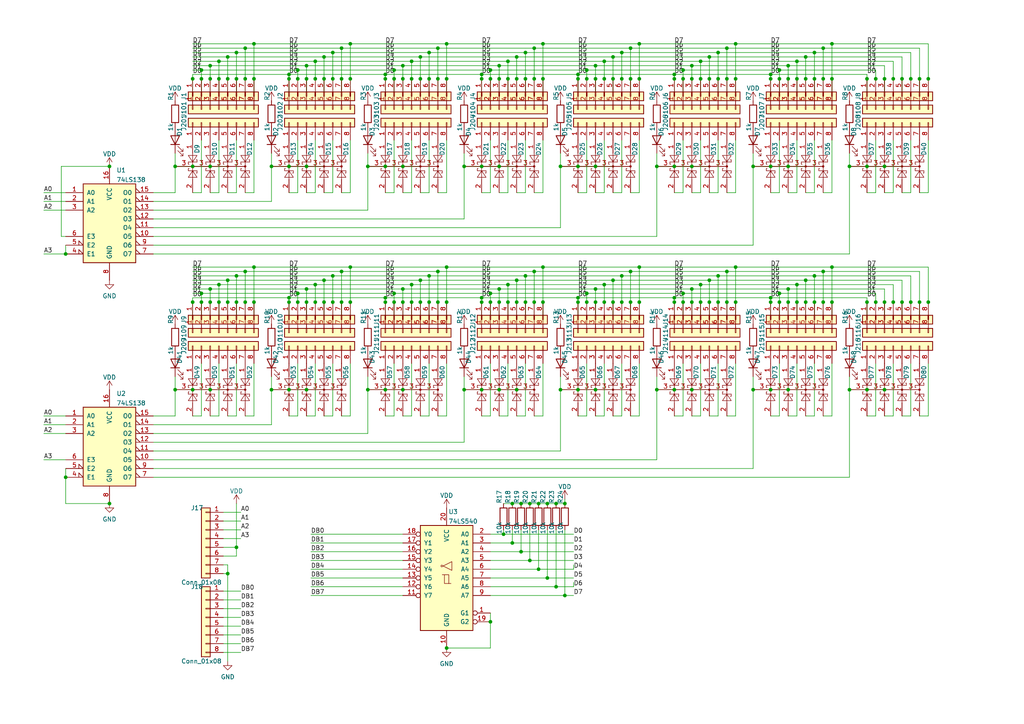
<source format=kicad_sch>
(kicad_sch (version 20211123) (generator eeschema)
  (paper "A4")
  (junction (at 180.34 22.86))
  (junction (at 111.76 87.63))
  (junction (at 142.24 180.34))
  (junction (at 177.8 16.51))
  (junction (at 148.59 157.48))
  (junction (at 175.26 22.86))
  (junction (at 223.52 48.26))
  (junction (at 198.12 22.86))
  (junction (at 58.42 22.86))
  (junction (at 99.06 78.74))
  (junction (at 106.68 113.03))
  (junction (at 127 78.74))
  (junction (at 129.54 22.86))
  (junction (at 208.28 80.01))
  (junction (at 144.78 48.26))
  (junction (at 106.68 48.26))
  (junction (at 205.74 87.63))
  (junction (at 142.24 87.63))
  (junction (at 121.92 87.63))
  (junction (at 129.54 87.63))
  (junction (at 213.36 22.86))
  (junction (at 167.64 113.03))
  (junction (at 210.82 87.63))
  (junction (at 241.3 77.47))
  (junction (at 124.46 22.86))
  (junction (at 167.64 48.26))
  (junction (at 264.16 87.63))
  (junction (at 167.64 86.36))
  (junction (at 71.12 87.63))
  (junction (at 208.28 87.63))
  (junction (at 101.6 87.63))
  (junction (at 55.88 48.26))
  (junction (at 88.9 48.26))
  (junction (at 200.66 83.82))
  (junction (at 60.96 83.82))
  (junction (at 116.84 19.05))
  (junction (at 210.82 78.74))
  (junction (at 147.32 17.78))
  (junction (at 172.72 87.63))
  (junction (at 170.18 85.09))
  (junction (at 114.3 22.86))
  (junction (at 231.14 22.86))
  (junction (at 142.24 22.86))
  (junction (at 114.3 87.63))
  (junction (at 223.52 86.36))
  (junction (at 246.38 113.03))
  (junction (at 200.66 22.86))
  (junction (at 73.66 87.63))
  (junction (at 195.58 87.63))
  (junction (at 139.7 48.26))
  (junction (at 31.75 48.26))
  (junction (at 116.84 83.82))
  (junction (at 149.86 16.51))
  (junction (at 127 22.86))
  (junction (at 175.26 87.63))
  (junction (at 101.6 12.7))
  (junction (at 233.68 87.63))
  (junction (at 144.78 83.82))
  (junction (at 231.14 82.55))
  (junction (at 223.52 22.86))
  (junction (at 147.32 87.63))
  (junction (at 231.14 87.63))
  (junction (at 182.88 87.63))
  (junction (at 114.3 85.09))
  (junction (at 154.94 87.63))
  (junction (at 134.62 113.03))
  (junction (at 256.54 113.03))
  (junction (at 134.62 48.26))
  (junction (at 251.46 113.03))
  (junction (at 101.6 77.47))
  (junction (at 83.82 86.36))
  (junction (at 233.68 22.86))
  (junction (at 223.52 21.59))
  (junction (at 236.22 87.63))
  (junction (at 152.4 87.63))
  (junction (at 88.9 22.86))
  (junction (at 177.8 22.86))
  (junction (at 167.64 21.59))
  (junction (at 151.13 160.02))
  (junction (at 228.6 48.26))
  (junction (at 111.76 22.86))
  (junction (at 162.56 48.26))
  (junction (at 218.44 113.03))
  (junction (at 116.84 22.86))
  (junction (at 50.8 48.26))
  (junction (at 238.76 13.97))
  (junction (at 139.7 113.03))
  (junction (at 195.58 21.59))
  (junction (at 144.78 19.05))
  (junction (at 63.5 17.78))
  (junction (at 203.2 87.63))
  (junction (at 157.48 87.63))
  (junction (at 63.5 22.86))
  (junction (at 101.6 22.86))
  (junction (at 233.68 81.28))
  (junction (at 119.38 82.55))
  (junction (at 149.86 113.03))
  (junction (at 185.42 12.7))
  (junction (at 228.6 19.05))
  (junction (at 93.98 16.51))
  (junction (at 190.5 48.26))
  (junction (at 163.83 146.05))
  (junction (at 185.42 22.86))
  (junction (at 86.36 22.86))
  (junction (at 180.34 80.01))
  (junction (at 68.58 80.01))
  (junction (at 66.04 166.37))
  (junction (at 228.6 87.63))
  (junction (at 158.75 167.64))
  (junction (at 153.67 146.05))
  (junction (at 200.66 87.63))
  (junction (at 116.84 48.26))
  (junction (at 233.68 16.51))
  (junction (at 73.66 12.7))
  (junction (at 259.08 87.63))
  (junction (at 177.8 87.63))
  (junction (at 99.06 22.86))
  (junction (at 111.76 86.36))
  (junction (at 167.64 87.63))
  (junction (at 198.12 87.63))
  (junction (at 129.54 77.47))
  (junction (at 213.36 77.47))
  (junction (at 256.54 22.86))
  (junction (at 210.82 22.86))
  (junction (at 144.78 113.03))
  (junction (at 163.83 172.72))
  (junction (at 158.75 146.05))
  (junction (at 129.54 12.7))
  (junction (at 175.26 17.78))
  (junction (at 88.9 87.63))
  (junction (at 238.76 87.63))
  (junction (at 231.14 17.78))
  (junction (at 167.64 22.86))
  (junction (at 71.12 22.86))
  (junction (at 226.06 22.86))
  (junction (at 170.18 20.32))
  (junction (at 203.2 17.78))
  (junction (at 121.92 81.28))
  (junction (at 124.46 15.24))
  (junction (at 157.48 22.86))
  (junction (at 124.46 80.01))
  (junction (at 83.82 48.26))
  (junction (at 60.96 22.86))
  (junction (at 170.18 22.86))
  (junction (at 139.7 22.86))
  (junction (at 19.05 138.43))
  (junction (at 149.86 22.86))
  (junction (at 226.06 87.63))
  (junction (at 238.76 22.86))
  (junction (at 68.58 87.63))
  (junction (at 182.88 78.74))
  (junction (at 99.06 13.97))
  (junction (at 161.29 170.18))
  (junction (at 218.44 48.26))
  (junction (at 149.86 81.28))
  (junction (at 73.66 22.86))
  (junction (at 256.54 87.63))
  (junction (at 68.58 15.24))
  (junction (at 200.66 19.05))
  (junction (at 153.67 162.56))
  (junction (at 269.24 22.86))
  (junction (at 119.38 17.78))
  (junction (at 96.52 80.01))
  (junction (at 142.24 20.32))
  (junction (at 71.12 13.97))
  (junction (at 185.42 77.47))
  (junction (at 63.5 82.55))
  (junction (at 55.88 113.03))
  (junction (at 152.4 15.24))
  (junction (at 251.46 22.86))
  (junction (at 139.7 87.63))
  (junction (at 172.72 83.82))
  (junction (at 60.96 113.03))
  (junction (at 223.52 113.03))
  (junction (at 86.36 20.32))
  (junction (at 203.2 82.55))
  (junction (at 180.34 15.24))
  (junction (at 63.5 87.63))
  (junction (at 68.58 158.75))
  (junction (at 213.36 12.7))
  (junction (at 55.88 22.86))
  (junction (at 129.54 187.96))
  (junction (at 261.62 87.63))
  (junction (at 157.48 12.7))
  (junction (at 152.4 80.01))
  (junction (at 96.52 87.63))
  (junction (at 88.9 19.05))
  (junction (at 114.3 20.32))
  (junction (at 91.44 22.86))
  (junction (at 266.7 22.86))
  (junction (at 60.96 87.63))
  (junction (at 78.74 48.26))
  (junction (at 195.58 22.86))
  (junction (at 119.38 87.63))
  (junction (at 66.04 22.86))
  (junction (at 228.6 22.86))
  (junction (at 152.4 22.86))
  (junction (at 127 13.97))
  (junction (at 156.21 146.05))
  (junction (at 198.12 85.09))
  (junction (at 236.22 15.24))
  (junction (at 256.54 48.26))
  (junction (at 149.86 87.63))
  (junction (at 96.52 15.24))
  (junction (at 198.12 20.32))
  (junction (at 226.06 85.09))
  (junction (at 146.05 154.94))
  (junction (at 190.5 113.03))
  (junction (at 205.74 22.86))
  (junction (at 172.72 19.05))
  (junction (at 157.48 77.47))
  (junction (at 195.58 113.03))
  (junction (at 154.94 13.97))
  (junction (at 139.7 21.59))
  (junction (at 162.56 113.03))
  (junction (at 185.42 87.63))
  (junction (at 60.96 48.26))
  (junction (at 195.58 86.36))
  (junction (at 116.84 87.63))
  (junction (at 144.78 22.86))
  (junction (at 147.32 82.55))
  (junction (at 91.44 82.55))
  (junction (at 251.46 87.63))
  (junction (at 223.52 87.63))
  (junction (at 60.96 19.05))
  (junction (at 50.8 113.03))
  (junction (at 83.82 21.59))
  (junction (at 205.74 81.28))
  (junction (at 246.38 48.26))
  (junction (at 83.82 113.03))
  (junction (at 142.24 85.09))
  (junction (at 66.04 16.51))
  (junction (at 154.94 22.86))
  (junction (at 83.82 22.86))
  (junction (at 259.08 22.86))
  (junction (at 251.46 48.26))
  (junction (at 266.7 87.63))
  (junction (at 200.66 48.26))
  (junction (at 93.98 81.28))
  (junction (at 99.06 87.63))
  (junction (at 180.34 87.63))
  (junction (at 226.06 20.32))
  (junction (at 93.98 22.86))
  (junction (at 208.28 15.24))
  (junction (at 111.76 21.59))
  (junction (at 241.3 87.63))
  (junction (at 200.66 113.03))
  (junction (at 83.82 87.63))
  (junction (at 154.94 78.74))
  (junction (at 238.76 78.74))
  (junction (at 31.75 146.05))
  (junction (at 121.92 22.86))
  (junction (at 68.58 22.86))
  (junction (at 210.82 13.97))
  (junction (at 172.72 22.86))
  (junction (at 175.26 82.55))
  (junction (at 177.8 81.28))
  (junction (at 78.74 113.03))
  (junction (at 111.76 48.26))
  (junction (at 170.18 87.63))
  (junction (at 261.62 22.86))
  (junction (at 254 22.86))
  (junction (at 182.88 22.86))
  (junction (at 208.28 22.86))
  (junction (at 66.04 87.63))
  (junction (at 73.66 77.47))
  (junction (at 91.44 87.63))
  (junction (at 241.3 12.7))
  (junction (at 236.22 22.86))
  (junction (at 213.36 87.63))
  (junction (at 195.58 48.26))
  (junction (at 91.44 17.78))
  (junction (at 151.13 146.05))
  (junction (at 93.98 87.63))
  (junction (at 121.92 16.51))
  (junction (at 119.38 22.86))
  (junction (at 264.16 22.86))
  (junction (at 127 87.63))
  (junction (at 203.2 22.86))
  (junction (at 86.36 87.63))
  (junction (at 71.12 78.74))
  (junction (at 172.72 48.26))
  (junction (at 139.7 86.36))
  (junction (at 111.76 113.03))
  (junction (at 88.9 113.03))
  (junction (at 96.52 22.86))
  (junction (at 124.46 87.63))
  (junction (at 254 87.63))
  (junction (at 55.88 87.63))
  (junction (at 147.32 22.86))
  (junction (at 182.88 13.97))
  (junction (at 19.05 73.66))
  (junction (at 144.78 87.63))
  (junction (at 241.3 22.86))
  (junction (at 58.42 87.63))
  (junction (at 66.04 81.28))
  (junction (at 205.74 16.51))
  (junction (at 228.6 113.03))
  (junction (at 58.42 85.09))
  (junction (at 236.22 80.01))
  (junction (at 172.72 113.03))
  (junction (at 156.21 165.1))
  (junction (at 116.84 113.03))
  (junction (at 58.42 20.32))
  (junction (at 86.36 85.09))
  (junction (at 269.24 87.63))
  (junction (at 148.59 146.05))
  (junction (at 161.29 146.05))
  (junction (at 228.6 83.82))
  (junction (at 88.9 83.82))
  (wire (pts (xy 147.32 55.88) (xy 147.32 40.64)))
  (wire (pts (xy 114.3 87.63) (xy 114.3 91.44)))
  (wire (pts (xy 177.8 16.51) (xy 177.8 22.86)))
  (wire (pts (xy 162.56 109.22) (xy 162.56 113.03)))
  (wire (pts (xy 60.96 87.63) (xy 60.96 91.44)))
  (wire (pts (xy 231.14 87.63) (xy 231.14 91.44)))
  (wire (pts (xy 19.05 68.58) (xy 17.78 68.58)))
  (wire (pts (xy 236.22 55.88) (xy 236.22 40.64)))
  (wire (pts (xy 269.24 87.63) (xy 269.24 91.44)))
  (wire (pts (xy 121.92 120.65) (xy 124.46 120.65)))
  (wire (pts (xy 172.72 19.05) (xy 200.66 19.05)))
  (wire (pts (xy 213.36 12.7) (xy 213.36 22.86)))
  (wire (pts (xy 218.44 113.03) (xy 223.52 113.03)))
  (wire (pts (xy 71.12 55.88) (xy 73.66 55.88)))
  (wire (pts (xy 182.88 55.88) (xy 185.42 55.88)))
  (wire (pts (xy 264.16 80.01) (xy 264.16 87.63)))
  (wire (pts (xy 208.28 55.88) (xy 208.28 40.64)))
  (wire (pts (xy 157.48 22.86) (xy 157.48 26.67)))
  (wire (pts (xy 129.54 77.47) (xy 129.54 87.63)))
  (wire (pts (xy 55.88 86.36) (xy 83.82 86.36)))
  (wire (pts (xy 142.24 170.18) (xy 161.29 170.18)))
  (wire (pts (xy 223.52 87.63) (xy 223.52 91.44)))
  (wire (pts (xy 241.3 77.47) (xy 241.3 87.63)))
  (wire (pts (xy 182.88 13.97) (xy 182.88 22.86)))
  (wire (pts (xy 19.05 120.65) (xy 12.7 120.65)))
  (wire (pts (xy 99.06 78.74) (xy 99.06 87.63)))
  (wire (pts (xy 256.54 83.82) (xy 256.54 87.63)))
  (wire (pts (xy 127 120.65) (xy 129.54 120.65)))
  (wire (pts (xy 88.9 48.26) (xy 93.98 48.26)))
  (wire (pts (xy 200.66 48.26) (xy 205.74 48.26)))
  (wire (pts (xy 44.45 68.58) (xy 190.5 68.58)))
  (wire (pts (xy 246.38 44.45) (xy 246.38 48.26)))
  (wire (pts (xy 246.38 48.26) (xy 251.46 48.26)))
  (wire (pts (xy 91.44 82.55) (xy 91.44 87.63)))
  (wire (pts (xy 134.62 48.26) (xy 139.7 48.26)))
  (wire (pts (xy 121.92 81.28) (xy 121.92 87.63)))
  (wire (pts (xy 114.3 20.32) (xy 114.3 22.86)))
  (wire (pts (xy 223.52 21.59) (xy 223.52 22.86)))
  (wire (pts (xy 119.38 17.78) (xy 147.32 17.78)))
  (wire (pts (xy 60.96 19.05) (xy 88.9 19.05)))
  (wire (pts (xy 151.13 153.67) (xy 151.13 160.02)))
  (wire (pts (xy 101.6 77.47) (xy 101.6 87.63)))
  (wire (pts (xy 114.3 55.88) (xy 114.3 40.64)))
  (wire (pts (xy 64.77 153.67) (xy 69.85 153.67)))
  (wire (pts (xy 142.24 187.96) (xy 142.24 180.34)))
  (wire (pts (xy 64.77 156.21) (xy 69.85 156.21)))
  (wire (pts (xy 86.36 22.86) (xy 86.36 26.67)))
  (wire (pts (xy 134.62 113.03) (xy 139.7 113.03)))
  (wire (pts (xy 264.16 55.88) (xy 264.16 40.64)))
  (wire (pts (xy 147.32 82.55) (xy 147.32 87.63)))
  (wire (pts (xy 55.88 78.74) (xy 71.12 78.74)))
  (wire (pts (xy 71.12 13.97) (xy 71.12 22.86)))
  (wire (pts (xy 236.22 80.01) (xy 236.22 87.63)))
  (wire (pts (xy 261.62 55.88) (xy 264.16 55.88)))
  (wire (pts (xy 71.12 22.86) (xy 71.12 26.67)))
  (wire (pts (xy 99.06 78.74) (xy 127 78.74)))
  (wire (pts (xy 19.05 71.12) (xy 19.05 73.66)))
  (wire (pts (xy 218.44 48.26) (xy 223.52 48.26)))
  (wire (pts (xy 177.8 81.28) (xy 177.8 87.63)))
  (wire (pts (xy 91.44 82.55) (xy 119.38 82.55)))
  (wire (pts (xy 66.04 16.51) (xy 93.98 16.51)))
  (wire (pts (xy 198.12 120.65) (xy 198.12 105.41)))
  (wire (pts (xy 198.12 85.09) (xy 226.06 85.09)))
  (wire (pts (xy 246.38 113.03) (xy 251.46 113.03)))
  (wire (pts (xy 93.98 55.88) (xy 96.52 55.88)))
  (wire (pts (xy 259.08 120.65) (xy 259.08 105.41)))
  (wire (pts (xy 256.54 113.03) (xy 261.62 113.03)))
  (wire (pts (xy 116.84 87.63) (xy 116.84 91.44)))
  (wire (pts (xy 223.52 21.59) (xy 251.46 21.59)))
  (wire (pts (xy 124.46 22.86) (xy 124.46 26.67)))
  (wire (pts (xy 144.78 87.63) (xy 144.78 91.44)))
  (wire (pts (xy 129.54 77.47) (xy 157.48 77.47)))
  (wire (pts (xy 161.29 153.67) (xy 161.29 170.18)))
  (wire (pts (xy 254 120.65) (xy 254 105.41)))
  (wire (pts (xy 60.96 120.65) (xy 63.5 120.65)))
  (wire (pts (xy 64.77 158.75) (xy 68.58 158.75)))
  (wire (pts (xy 241.3 120.65) (xy 241.3 105.41)))
  (wire (pts (xy 218.44 113.03) (xy 218.44 135.89)))
  (wire (pts (xy 241.3 77.47) (xy 269.24 77.47)))
  (wire (pts (xy 63.5 82.55) (xy 63.5 87.63)))
  (wire (pts (xy 238.76 13.97) (xy 266.7 13.97)))
  (wire (pts (xy 78.74 44.45) (xy 78.74 48.26)))
  (wire (pts (xy 124.46 80.01) (xy 124.46 87.63)))
  (wire (pts (xy 208.28 87.63) (xy 208.28 91.44)))
  (wire (pts (xy 167.64 113.03) (xy 172.72 113.03)))
  (wire (pts (xy 210.82 13.97) (xy 210.82 22.86)))
  (wire (pts (xy 64.77 176.53) (xy 69.85 176.53)))
  (wire (pts (xy 166.37 163.83) (xy 166.37 165.1)))
  (wire (pts (xy 226.06 22.86) (xy 226.06 26.67)))
  (wire (pts (xy 144.78 19.05) (xy 144.78 22.86)))
  (wire (pts (xy 60.96 48.26) (xy 66.04 48.26)))
  (wire (pts (xy 50.8 48.26) (xy 55.88 48.26)))
  (wire (pts (xy 63.5 22.86) (xy 63.5 26.67)))
  (wire (pts (xy 147.32 17.78) (xy 175.26 17.78)))
  (wire (pts (xy 161.29 146.05) (xy 163.83 146.05)))
  (wire (pts (xy 167.64 86.36) (xy 167.64 87.63)))
  (wire (pts (xy 259.08 55.88) (xy 259.08 40.64)))
  (wire (pts (xy 111.76 48.26) (xy 116.84 48.26)))
  (wire (pts (xy 172.72 113.03) (xy 177.8 113.03)))
  (wire (pts (xy 93.98 16.51) (xy 121.92 16.51)))
  (wire (pts (xy 182.88 13.97) (xy 210.82 13.97)))
  (wire (pts (xy 195.58 21.59) (xy 195.58 22.86)))
  (wire (pts (xy 44.45 138.43) (xy 246.38 138.43)))
  (wire (pts (xy 142.24 85.09) (xy 142.24 87.63)))
  (wire (pts (xy 223.52 48.26) (xy 228.6 48.26)))
  (wire (pts (xy 129.54 187.96) (xy 142.24 187.96)))
  (wire (pts (xy 44.45 55.88) (xy 50.8 55.88)))
  (wire (pts (xy 154.94 22.86) (xy 154.94 26.67)))
  (wire (pts (xy 170.18 20.32) (xy 198.12 20.32)))
  (wire (pts (xy 58.42 22.86) (xy 58.42 26.67)))
  (wire (pts (xy 142.24 20.32) (xy 142.24 22.86)))
  (wire (pts (xy 261.62 22.86) (xy 261.62 26.67)))
  (wire (pts (xy 44.45 71.12) (xy 218.44 71.12)))
  (wire (pts (xy 190.5 44.45) (xy 190.5 48.26)))
  (wire (pts (xy 116.84 83.82) (xy 144.78 83.82)))
  (wire (pts (xy 213.36 77.47) (xy 241.3 77.47)))
  (wire (pts (xy 93.98 81.28) (xy 121.92 81.28)))
  (wire (pts (xy 157.48 55.88) (xy 157.48 40.64)))
  (wire (pts (xy 147.32 17.78) (xy 147.32 22.86)))
  (wire (pts (xy 91.44 17.78) (xy 91.44 22.86)))
  (wire (pts (xy 233.68 87.63) (xy 233.68 91.44)))
  (wire (pts (xy 203.2 17.78) (xy 203.2 22.86)))
  (wire (pts (xy 55.88 22.86) (xy 55.88 26.67)))
  (wire (pts (xy 185.42 77.47) (xy 213.36 77.47)))
  (wire (pts (xy 153.67 153.67) (xy 153.67 162.56)))
  (wire (pts (xy 200.66 113.03) (xy 205.74 113.03)))
  (wire (pts (xy 162.56 113.03) (xy 167.64 113.03)))
  (wire (pts (xy 266.7 22.86) (xy 266.7 26.67)))
  (wire (pts (xy 66.04 120.65) (xy 68.58 120.65)))
  (wire (pts (xy 264.16 87.63) (xy 264.16 91.44)))
  (wire (pts (xy 111.76 55.88) (xy 114.3 55.88)))
  (wire (pts (xy 96.52 15.24) (xy 124.46 15.24)))
  (wire (pts (xy 64.77 161.29) (xy 68.58 161.29)))
  (wire (pts (xy 251.46 21.59) (xy 251.46 22.86)))
  (wire (pts (xy 86.36 120.65) (xy 86.36 105.41)))
  (wire (pts (xy 55.88 48.26) (xy 60.96 48.26)))
  (wire (pts (xy 60.96 83.82) (xy 88.9 83.82)))
  (wire (pts (xy 44.45 123.19) (xy 78.74 123.19)))
  (wire (pts (xy 83.82 21.59) (xy 83.82 22.86)))
  (wire (pts (xy 111.76 21.59) (xy 139.7 21.59)))
  (wire (pts (xy 246.38 113.03) (xy 246.38 138.43)))
  (wire (pts (xy 86.36 20.32) (xy 114.3 20.32)))
  (wire (pts (xy 90.17 157.48) (xy 116.84 157.48)))
  (wire (pts (xy 55.88 21.59) (xy 55.88 22.86)))
  (wire (pts (xy 93.98 87.63) (xy 93.98 91.44)))
  (wire (pts (xy 71.12 78.74) (xy 71.12 87.63)))
  (wire (pts (xy 31.75 48.26) (xy 17.78 48.26)))
  (wire (pts (xy 88.9 120.65) (xy 91.44 120.65)))
  (wire (pts (xy 64.77 179.07) (xy 69.85 179.07)))
  (wire (pts (xy 88.9 22.86) (xy 88.9 26.67)))
  (wire (pts (xy 241.3 87.63) (xy 241.3 91.44)))
  (wire (pts (xy 251.46 22.86) (xy 251.46 26.67)))
  (wire (pts (xy 200.66 87.63) (xy 200.66 91.44)))
  (wire (pts (xy 154.94 78.74) (xy 182.88 78.74)))
  (wire (pts (xy 170.18 85.09) (xy 170.18 87.63)))
  (wire (pts (xy 231.14 22.86) (xy 231.14 26.67)))
  (wire (pts (xy 146.05 154.94) (xy 166.37 154.94)))
  (wire (pts (xy 261.62 81.28) (xy 261.62 87.63)))
  (wire (pts (xy 124.46 15.24) (xy 124.46 22.86)))
  (wire (pts (xy 264.16 22.86) (xy 264.16 26.67)))
  (wire (pts (xy 261.62 16.51) (xy 261.62 22.86)))
  (wire (pts (xy 90.17 170.18) (xy 116.84 170.18)))
  (wire (pts (xy 148.59 157.48) (xy 166.37 157.48)))
  (wire (pts (xy 63.5 17.78) (xy 63.5 22.86)))
  (wire (pts (xy 66.04 16.51) (xy 66.04 22.86)))
  (wire (pts (xy 208.28 15.24) (xy 236.22 15.24)))
  (wire (pts (xy 96.52 80.01) (xy 124.46 80.01)))
  (wire (pts (xy 101.6 12.7) (xy 101.6 22.86)))
  (wire (pts (xy 233.68 81.28) (xy 233.68 87.63)))
  (wire (pts (xy 55.88 20.32) (xy 58.42 20.32)))
  (wire (pts (xy 231.14 17.78) (xy 231.14 22.86)))
  (wire (pts (xy 119.38 22.86) (xy 119.38 26.67)))
  (wire (pts (xy 88.9 87.63) (xy 88.9 91.44)))
  (wire (pts (xy 269.24 22.86) (xy 269.24 26.67)))
  (wire (pts (xy 19.05 58.42) (xy 12.7 58.42)))
  (wire (pts (xy 55.88 82.55) (xy 63.5 82.55)))
  (wire (pts (xy 195.58 113.03) (xy 200.66 113.03)))
  (wire (pts (xy 134.62 44.45) (xy 134.62 48.26)))
  (wire (pts (xy 50.8 44.45) (xy 50.8 48.26)))
  (wire (pts (xy 236.22 87.63) (xy 236.22 91.44)))
  (wire (pts (xy 231.14 17.78) (xy 259.08 17.78)))
  (wire (pts (xy 142.24 157.48) (xy 148.59 157.48)))
  (wire (pts (xy 44.45 66.04) (xy 162.56 66.04)))
  (wire (pts (xy 238.76 78.74) (xy 238.76 87.63)))
  (wire (pts (xy 55.88 15.24) (xy 68.58 15.24)))
  (wire (pts (xy 180.34 22.86) (xy 180.34 26.67)))
  (wire (pts (xy 172.72 55.88) (xy 175.26 55.88)))
  (wire (pts (xy 203.2 82.55) (xy 203.2 87.63)))
  (wire (pts (xy 83.82 21.59) (xy 111.76 21.59)))
  (wire (pts (xy 200.66 83.82) (xy 200.66 87.63)))
  (wire (pts (xy 264.16 120.65) (xy 264.16 105.41)))
  (wire (pts (xy 177.8 55.88) (xy 180.34 55.88)))
  (wire (pts (xy 195.58 48.26) (xy 200.66 48.26)))
  (wire (pts (xy 269.24 77.47) (xy 269.24 87.63)))
  (wire (pts (xy 182.88 78.74) (xy 182.88 87.63)))
  (wire (pts (xy 210.82 78.74) (xy 238.76 78.74)))
  (wire (pts (xy 63.5 120.65) (xy 63.5 105.41)))
  (wire (pts (xy 226.06 85.09) (xy 254 85.09)))
  (wire (pts (xy 68.58 55.88) (xy 68.58 40.64)))
  (wire (pts (xy 99.06 55.88) (xy 101.6 55.88)))
  (wire (pts (xy 256.54 87.63) (xy 256.54 91.44)))
  (wire (pts (xy 236.22 22.86) (xy 236.22 26.67)))
  (wire (pts (xy 256.54 22.86) (xy 256.54 26.67)))
  (wire (pts (xy 124.46 87.63) (xy 124.46 91.44)))
  (wire (pts (xy 68.58 22.86) (xy 68.58 26.67)))
  (wire (pts (xy 142.24 20.32) (xy 170.18 20.32)))
  (wire (pts (xy 190.5 48.26) (xy 190.5 68.58)))
  (wire (pts (xy 182.88 78.74) (xy 210.82 78.74)))
  (wire (pts (xy 91.44 87.63) (xy 91.44 91.44)))
  (wire (pts (xy 60.96 22.86) (xy 60.96 26.67)))
  (wire (pts (xy 175.26 82.55) (xy 203.2 82.55)))
  (wire (pts (xy 106.68 44.45) (xy 106.68 48.26)))
  (wire (pts (xy 157.48 12.7) (xy 185.42 12.7)))
  (wire (pts (xy 170.18 22.86) (xy 170.18 26.67)))
  (wire (pts (xy 142.24 167.64) (xy 158.75 167.64)))
  (wire (pts (xy 203.2 87.63) (xy 203.2 91.44)))
  (wire (pts (xy 86.36 85.09) (xy 86.36 87.63)))
  (wire (pts (xy 238.76 78.74) (xy 266.7 78.74)))
  (wire (pts (xy 228.6 83.82) (xy 256.54 83.82)))
  (wire (pts (xy 55.88 19.05) (xy 60.96 19.05)))
  (wire (pts (xy 208.28 80.01) (xy 208.28 87.63)))
  (wire (pts (xy 119.38 120.65) (xy 119.38 105.41)))
  (wire (pts (xy 55.88 16.51) (xy 66.04 16.51)))
  (wire (pts (xy 162.56 48.26) (xy 162.56 66.04)))
  (wire (pts (xy 218.44 109.22) (xy 218.44 113.03)))
  (wire (pts (xy 134.62 109.22) (xy 134.62 113.03)))
  (wire (pts (xy 142.24 22.86) (xy 142.24 26.67)))
  (wire (pts (xy 99.06 120.65) (xy 101.6 120.65)))
  (wire (pts (xy 203.2 82.55) (xy 231.14 82.55)))
  (wire (pts (xy 90.17 162.56) (xy 116.84 162.56)))
  (wire (pts (xy 60.96 55.88) (xy 63.5 55.88)))
  (wire (pts (xy 228.6 120.65) (xy 231.14 120.65)))
  (wire (pts (xy 116.84 19.05) (xy 144.78 19.05)))
  (wire (pts (xy 147.32 82.55) (xy 175.26 82.55)))
  (wire (pts (xy 175.26 17.78) (xy 175.26 22.86)))
  (wire (pts (xy 139.7 87.63) (xy 139.7 91.44)))
  (wire (pts (xy 124.46 120.65) (xy 124.46 105.41)))
  (wire (pts (xy 119.38 17.78) (xy 119.38 22.86)))
  (wire (pts (xy 246.38 48.26) (xy 246.38 73.66)))
  (wire (pts (xy 68.58 120.65) (xy 68.58 105.41)))
  (wire (pts (xy 238.76 22.86) (xy 238.76 26.67)))
  (wire (pts (xy 195.58 86.36) (xy 195.58 87.63)))
  (wire (pts (xy 83.82 86.36) (xy 83.82 87.63)))
  (wire (pts (xy 68.58 87.63) (xy 68.58 91.44)))
  (wire (pts (xy 195.58 120.65) (xy 198.12 120.65)))
  (wire (pts (xy 106.68 48.26) (xy 106.68 60.96)))
  (wire (pts (xy 68.58 158.75) (xy 68.58 161.29)))
  (wire (pts (xy 55.88 113.03) (xy 60.96 113.03)))
  (wire (pts (xy 101.6 22.86) (xy 101.6 26.67)))
  (wire (pts (xy 90.17 154.94) (xy 116.84 154.94)))
  (wire (pts (xy 58.42 120.65) (xy 58.42 105.41)))
  (wire (pts (xy 142.24 165.1) (xy 156.21 165.1)))
  (wire (pts (xy 90.17 160.02) (xy 116.84 160.02)))
  (wire (pts (xy 261.62 120.65) (xy 264.16 120.65)))
  (wire (pts (xy 64.77 181.61) (xy 69.85 181.61)))
  (wire (pts (xy 236.22 15.24) (xy 236.22 22.86)))
  (wire (pts (xy 172.72 87.63) (xy 172.72 91.44)))
  (wire (pts (xy 55.88 85.09) (xy 58.42 85.09)))
  (wire (pts (xy 236.22 120.65) (xy 236.22 105.41)))
  (wire (pts (xy 195.58 86.36) (xy 223.52 86.36)))
  (wire (pts (xy 71.12 120.65) (xy 73.66 120.65)))
  (wire (pts (xy 142.24 160.02) (xy 151.13 160.02)))
  (wire (pts (xy 44.45 125.73) (xy 106.68 125.73)))
  (wire (pts (xy 213.36 22.86) (xy 213.36 26.67)))
  (wire (pts (xy 66.04 81.28) (xy 66.04 87.63)))
  (wire (pts (xy 78.74 113.03) (xy 78.74 123.19)))
  (wire (pts (xy 241.3 22.86) (xy 241.3 26.67)))
  (wire (pts (xy 88.9 113.03) (xy 93.98 113.03)))
  (wire (pts (xy 73.66 12.7) (xy 101.6 12.7)))
  (wire (pts (xy 63.5 82.55) (xy 91.44 82.55)))
  (wire (pts (xy 223.52 120.65) (xy 226.06 120.65)))
  (wire (pts (xy 153.67 146.05) (xy 156.21 146.05)))
  (wire (pts (xy 256.54 55.88) (xy 259.08 55.88)))
  (wire (pts (xy 83.82 48.26) (xy 88.9 48.26)))
  (wire (pts (xy 142.24 154.94) (xy 146.05 154.94)))
  (wire (pts (xy 182.88 22.86) (xy 182.88 26.67)))
  (wire (pts (xy 144.78 83.82) (xy 172.72 83.82)))
  (wire (pts (xy 50.8 109.22) (xy 50.8 113.03)))
  (wire (pts (xy 142.24 162.56) (xy 153.67 162.56)))
  (wire (pts (xy 64.77 184.15) (xy 69.85 184.15)))
  (wire (pts (xy 152.4 120.65) (xy 152.4 105.41)))
  (wire (pts (xy 64.77 163.83) (xy 66.04 163.83)))
  (wire (pts (xy 167.64 86.36) (xy 195.58 86.36)))
  (wire (pts (xy 226.06 20.32) (xy 226.06 22.86)))
  (wire (pts (xy 200.66 55.88) (xy 203.2 55.88)))
  (wire (pts (xy 55.88 55.88) (xy 58.42 55.88)))
  (wire (pts (xy 254 55.88) (xy 254 40.64)))
  (wire (pts (xy 200.66 83.82) (xy 228.6 83.82)))
  (wire (pts (xy 44.45 120.65) (xy 50.8 120.65)))
  (wire (pts (xy 233.68 16.51) (xy 233.68 22.86)))
  (wire (pts (xy 157.48 120.65) (xy 157.48 105.41)))
  (wire (pts (xy 198.12 85.09) (xy 198.12 87.63)))
  (wire (pts (xy 101.6 55.88) (xy 101.6 40.64)))
  (wire (pts (xy 231.14 82.55) (xy 231.14 87.63)))
  (wire (pts (xy 223.52 86.36) (xy 251.46 86.36)))
  (wire (pts (xy 167.64 21.59) (xy 195.58 21.59)))
  (wire (pts (xy 266.7 55.88) (xy 269.24 55.88)))
  (wire (pts (xy 64.77 166.37) (xy 66.04 166.37)))
  (wire (pts (xy 218.44 44.45) (xy 218.44 48.26)))
  (wire (pts (xy 157.48 77.47) (xy 157.48 87.63)))
  (wire (pts (xy 226.06 20.32) (xy 254 20.32)))
  (wire (pts (xy 90.17 172.72) (xy 116.84 172.72)))
  (wire (pts (xy 90.17 167.64) (xy 116.84 167.64)))
  (wire (pts (xy 251.46 55.88) (xy 254 55.88)))
  (wire (pts (xy 139.7 120.65) (xy 142.24 120.65)))
  (wire (pts (xy 58.42 55.88) (xy 58.42 40.64)))
  (wire (pts (xy 269.24 55.88) (xy 269.24 40.64)))
  (wire (pts (xy 175.26 87.63) (xy 175.26 91.44)))
  (wire (pts (xy 182.88 87.63) (xy 182.88 91.44)))
  (wire (pts (xy 156.21 153.67) (xy 156.21 165.1)))
  (wire (pts (xy 139.7 21.59) (xy 139.7 22.86)))
  (wire (pts (xy 93.98 16.51) (xy 93.98 22.86)))
  (wire (pts (xy 163.83 172.72) (xy 166.37 172.72)))
  (wire (pts (xy 139.7 113.03) (xy 144.78 113.03)))
  (wire (pts (xy 205.74 22.86) (xy 205.74 26.67)))
  (wire (pts (xy 71.12 78.74) (xy 99.06 78.74)))
  (wire (pts (xy 19.05 123.19) (xy 12.7 123.19)))
  (wire (pts (xy 177.8 120.65) (xy 180.34 120.65)))
  (wire (pts (xy 177.8 87.63) (xy 177.8 91.44)))
  (wire (pts (xy 96.52 15.24) (xy 96.52 22.86)))
  (wire (pts (xy 96.52 80.01) (xy 96.52 87.63)))
  (wire (pts (xy 251.46 120.65) (xy 254 120.65)))
  (wire (pts (xy 238.76 13.97) (xy 238.76 22.86)))
  (wire (pts (xy 139.7 55.88) (xy 142.24 55.88)))
  (wire (pts (xy 175.26 17.78) (xy 203.2 17.78)))
  (wire (pts (xy 156.21 165.1) (xy 166.37 165.1)))
  (wire (pts (xy 111.76 21.59) (xy 111.76 22.86)))
  (wire (pts (xy 223.52 86.36) (xy 223.52 87.63)))
  (wire (pts (xy 157.48 12.7) (xy 157.48 22.86)))
  (wire (pts (xy 151.13 146.05) (xy 153.67 146.05)))
  (wire (pts (xy 182.88 120.65) (xy 185.42 120.65)))
  (wire (pts (xy 208.28 120.65) (xy 208.28 105.41)))
  (wire (pts (xy 266.7 13.97) (xy 266.7 22.86)))
  (wire (pts (xy 233.68 22.86) (xy 233.68 26.67)))
  (wire (pts (xy 106.68 109.22) (xy 106.68 113.03)))
  (wire (pts (xy 223.52 55.88) (xy 226.06 55.88)))
  (wire (pts (xy 63.5 55.88) (xy 63.5 40.64)))
  (wire (pts (xy 19.05 146.05) (xy 19.05 138.43)))
  (wire (pts (xy 226.06 120.65) (xy 226.06 105.41)))
  (wire (pts (xy 73.66 77.47) (xy 73.66 87.63)))
  (wire (pts (xy 185.42 77.47) (xy 185.42 87.63)))
  (wire (pts (xy 167.64 48.26) (xy 172.72 48.26)))
  (wire (pts (xy 90.17 165.1) (xy 116.84 165.1)))
  (wire (pts (xy 157.48 87.63) (xy 157.48 91.44)))
  (wire (pts (xy 134.62 113.03) (xy 134.62 128.27)))
  (wire (pts (xy 233.68 120.65) (xy 236.22 120.65)))
  (wire (pts (xy 203.2 22.86) (xy 203.2 26.67)))
  (wire (pts (xy 228.6 113.03) (xy 233.68 113.03)))
  (wire (pts (xy 148.59 153.67) (xy 148.59 157.48)))
  (wire (pts (xy 205.74 16.51) (xy 205.74 22.86)))
  (wire (pts (xy 58.42 87.63) (xy 58.42 91.44)))
  (wire (pts (xy 198.12 20.32) (xy 198.12 22.86)))
  (wire (pts (xy 198.12 87.63) (xy 198.12 91.44)))
  (wire (pts (xy 88.9 55.88) (xy 91.44 55.88)))
  (wire (pts (xy 233.68 16.51) (xy 261.62 16.51)))
  (wire (pts (xy 226.06 85.09) (xy 226.06 87.63)))
  (wire (pts (xy 167.64 55.88) (xy 170.18 55.88)))
  (wire (pts (xy 19.05 125.73) (xy 12.7 125.73)))
  (wire (pts (xy 146.05 146.05) (xy 148.59 146.05)))
  (wire (pts (xy 190.5 113.03) (xy 195.58 113.03)))
  (wire (pts (xy 99.06 13.97) (xy 127 13.97)))
  (wire (pts (xy 162.56 44.45) (xy 162.56 48.26)))
  (wire (pts (xy 213.36 77.47) (xy 213.36 87.63)))
  (wire (pts (xy 116.84 19.05) (xy 116.84 22.86)))
  (wire (pts (xy 251.46 87.63) (xy 251.46 91.44)))
  (wire (pts (xy 139.7 21.59) (xy 167.64 21.59)))
  (wire (pts (xy 93.98 120.65) (xy 96.52 120.65)))
  (wire (pts (xy 149.86 81.28) (xy 177.8 81.28)))
  (wire (pts (xy 139.7 22.86) (xy 139.7 26.67)))
  (wire (pts (xy 198.12 20.32) (xy 226.06 20.32)))
  (wire (pts (xy 119.38 55.88) (xy 119.38 40.64)))
  (wire (pts (xy 144.78 120.65) (xy 147.32 120.65)))
  (wire (pts (xy 210.82 55.88) (xy 213.36 55.88)))
  (wire (pts (xy 251.46 86.36) (xy 251.46 87.63)))
  (wire (pts (xy 83.82 120.65) (xy 86.36 120.65)))
  (wire (pts (xy 64.77 151.13) (xy 69.85 151.13)))
  (wire (pts (xy 50.8 113.03) (xy 50.8 120.65)))
  (wire (pts (xy 99.06 22.86) (xy 99.06 26.67)))
  (wire (pts (xy 241.3 55.88) (xy 241.3 40.64)))
  (wire (pts (xy 172.72 83.82) (xy 200.66 83.82)))
  (wire (pts (xy 175.26 55.88) (xy 175.26 40.64)))
  (wire (pts (xy 71.12 13.97) (xy 99.06 13.97)))
  (wire (pts (xy 78.74 113.03) (xy 83.82 113.03)))
  (wire (pts (xy 226.06 87.63) (xy 226.06 91.44)))
  (wire (pts (xy 50.8 48.26) (xy 50.8 55.88)))
  (wire (pts (xy 266.7 120.65) (xy 269.24 120.65)))
  (wire (pts (xy 231.14 120.65) (xy 231.14 105.41)))
  (wire (pts (xy 180.34 80.01) (xy 208.28 80.01)))
  (wire (pts (xy 55.88 83.82) (xy 60.96 83.82)))
  (wire (pts (xy 96.52 120.65) (xy 96.52 105.41)))
  (wire (pts (xy 86.36 85.09) (xy 114.3 85.09)))
  (wire (pts (xy 177.8 22.86) (xy 177.8 26.67)))
  (wire (pts (xy 64.77 148.59) (xy 69.85 148.59)))
  (wire (pts (xy 144.78 48.26) (xy 149.86 48.26)))
  (wire (pts (xy 66.04 87.63) (xy 66.04 91.44)))
  (wire (pts (xy 111.76 86.36) (xy 139.7 86.36)))
  (wire (pts (xy 86.36 20.32) (xy 86.36 22.86)))
  (wire (pts (xy 238.76 120.65) (xy 241.3 120.65)))
  (wire (pts (xy 121.92 87.63) (xy 121.92 91.44)))
  (wire (pts (xy 50.8 113.03) (xy 55.88 113.03)))
  (wire (pts (xy 236.22 15.24) (xy 264.16 15.24)))
  (wire (pts (xy 78.74 109.22) (xy 78.74 113.03)))
  (wire (pts (xy 144.78 55.88) (xy 147.32 55.88)))
  (wire (pts (xy 142.24 120.65) (xy 142.24 105.41)))
  (wire (pts (xy 251.46 48.26) (xy 256.54 48.26)))
  (wire (pts (xy 198.12 22.86) (xy 198.12 26.67)))
  (wire (pts (xy 233.68 55.88) (xy 236.22 55.88)))
  (wire (pts (xy 64.77 173.99) (xy 69.85 173.99)))
  (wire (pts (xy 152.4 55.88) (xy 152.4 40.64)))
  (wire (pts (xy 154.94 55.88) (xy 157.48 55.88)))
  (wire (pts (xy 127 87.63) (xy 127 91.44)))
  (wire (pts (xy 73.66 55.88) (xy 73.66 40.64)))
  (wire (pts (xy 73.66 22.86) (xy 73.66 26.67)))
  (wire (pts (xy 175.26 120.65) (xy 175.26 105.41)))
  (wire (pts (xy 228.6 87.63) (xy 228.6 91.44)))
  (wire (pts (xy 96.52 87.63) (xy 96.52 91.44)))
  (wire (pts (xy 208.28 80.01) (xy 236.22 80.01)))
  (wire (pts (xy 66.04 22.86) (xy 66.04 26.67)))
  (wire (pts (xy 195.58 21.59) (xy 223.52 21.59)))
  (wire (pts (xy 203.2 55.88) (xy 203.2 40.64)))
  (wire (pts (xy 116.84 48.26) (xy 121.92 48.26)))
  (wire (pts (xy 213.36 87.63) (xy 213.36 91.44)))
  (wire (pts (xy 129.54 55.88) (xy 129.54 40.64)))
  (wire (pts (xy 203.2 17.78) (xy 231.14 17.78)))
  (wire (pts (xy 228.6 22.86) (xy 228.6 26.67)))
  (wire (pts (xy 170.18 55.88) (xy 170.18 40.64)))
  (wire (pts (xy 203.2 120.65) (xy 203.2 105.41)))
  (wire (pts (xy 162.56 113.03) (xy 162.56 130.81)))
  (wire (pts (xy 55.88 80.01) (xy 68.58 80.01)))
  (wire (pts (xy 266.7 87.63) (xy 266.7 91.44)))
  (wire (pts (xy 172.72 48.26) (xy 177.8 48.26)))
  (wire (pts (xy 152.4 80.01) (xy 180.34 80.01)))
  (wire (pts (xy 254 22.86) (xy 254 26.67)))
  (wire (pts (xy 55.88 86.36) (xy 55.88 87.63)))
  (wire (pts (xy 58.42 85.09) (xy 58.42 87.63)))
  (wire (pts (xy 152.4 15.24) (xy 180.34 15.24)))
  (wire (pts (xy 83.82 86.36) (xy 111.76 86.36)))
  (wire (pts (xy 269.24 120.65) (xy 269.24 105.41)))
  (wire (pts (xy 142.24 87.63) (xy 142.24 91.44)))
  (wire (pts (xy 68.58 80.01) (xy 68.58 87.63)))
  (wire (pts (xy 177.8 16.51) (xy 205.74 16.51)))
  (wire (pts (xy 88.9 83.82) (xy 116.84 83.82)))
  (wire (pts (xy 111.76 87.63) (xy 111.76 91.44)))
  (wire (pts (xy 185.42 120.65) (xy 185.42 105.41)))
  (wire (pts (xy 55.88 87.63) (xy 55.88 91.44)))
  (wire (pts (xy 153.67 162.56) (xy 166.37 162.56)))
  (wire (pts (xy 238.76 87.63) (xy 238.76 91.44)))
  (wire (pts (xy 55.88 77.47) (xy 73.66 77.47)))
  (wire (pts (xy 163.83 153.67) (xy 163.83 172.72)))
  (wire (pts (xy 124.46 80.01) (xy 152.4 80.01)))
  (wire (pts (xy 60.96 19.05) (xy 60.96 22.86)))
  (wire (pts (xy 58.42 20.32) (xy 58.42 22.86)))
  (wire (pts (xy 144.78 113.03) (xy 149.86 113.03)))
  (wire (pts (xy 101.6 87.63) (xy 101.6 91.44)))
  (wire (pts (xy 205.74 87.63) (xy 205.74 91.44)))
  (wire (pts (xy 73.66 77.47) (xy 101.6 77.47)))
  (wire (pts (xy 210.82 78.74) (xy 210.82 87.63)))
  (wire (pts (xy 31.75 146.05) (xy 19.05 146.05)))
  (wire (pts (xy 190.5 48.26) (xy 195.58 48.26)))
  (wire (pts (xy 149.86 113.03) (xy 154.94 113.03)))
  (wire (pts (xy 12.7 133.35) (xy 19.05 133.35)))
  (wire (pts (xy 152.4 87.63) (xy 152.4 91.44)))
  (wire (pts (xy 116.84 83.82) (xy 116.84 87.63)))
  (wire (pts (xy 121.92 16.51) (xy 121.92 22.86)))
  (wire (pts (xy 114.3 120.65) (xy 114.3 105.41)))
  (wire (pts (xy 205.74 16.51) (xy 233.68 16.51)))
  (wire (pts (xy 175.26 22.86) (xy 175.26 26.67)))
  (wire (pts (xy 129.54 22.86) (xy 129.54 26.67)))
  (wire (pts (xy 210.82 87.63) (xy 210.82 91.44)))
  (wire (pts (xy 259.08 82.55) (xy 259.08 87.63)))
  (wire (pts (xy 228.6 48.26) (xy 233.68 48.26)))
  (wire (pts (xy 64.77 189.23) (xy 69.85 189.23)))
  (wire (pts (xy 256.54 120.65) (xy 259.08 120.65)))
  (wire (pts (xy 134.62 48.26) (xy 134.62 63.5)))
  (wire (pts (xy 121.92 81.28) (xy 149.86 81.28)))
  (wire (pts (xy 200.66 120.65) (xy 203.2 120.65)))
  (wire (pts (xy 147.32 120.65) (xy 147.32 105.41)))
  (wire (pts (xy 114.3 22.86) (xy 114.3 26.67)))
  (wire (pts (xy 147.32 22.86) (xy 147.32 26.67)))
  (wire (pts (xy 66.04 55.88) (xy 68.58 55.88)))
  (wire (pts (xy 246.38 109.22) (xy 246.38 113.03)))
  (wire (pts (xy 44.45 63.5) (xy 134.62 63.5)))
  (wire (pts (xy 180.34 120.65) (xy 180.34 105.41)))
  (wire (pts (xy 236.22 80.01) (xy 264.16 80.01)))
  (wire (pts (xy 64.77 171.45) (xy 69.85 171.45)))
  (wire (pts (xy 180.34 80.01) (xy 180.34 87.63)))
  (wire (pts (xy 58.42 20.32) (xy 86.36 20.32)))
  (wire (pts (xy 55.88 17.78) (xy 63.5 17.78)))
  (wire (pts (xy 68.58 80.01) (xy 96.52 80.01)))
  (wire (pts (xy 149.86 55.88) (xy 152.4 55.88)))
  (wire (pts (xy 185.42 22.86) (xy 185.42 26.67)))
  (wire (pts (xy 154.94 87.63) (xy 154.94 91.44)))
  (wire (pts (xy 256.54 19.05) (xy 256.54 22.86)))
  (wire (pts (xy 44.45 73.66) (xy 246.38 73.66)))
  (wire (pts (xy 142.24 172.72) (xy 163.83 172.72)))
  (wire (pts (xy 121.92 16.51) (xy 149.86 16.51)))
  (wire (pts (xy 151.13 160.02) (xy 166.37 160.02)))
  (wire (pts (xy 129.54 87.63) (xy 129.54 91.44)))
  (wire (pts (xy 152.4 80.01) (xy 152.4 87.63)))
  (wire (pts (xy 88.9 19.05) (xy 88.9 22.86)))
  (wire (pts (xy 172.72 19.05) (xy 172.72 22.86)))
  (wire (pts (xy 152.4 22.86) (xy 152.4 26.67)))
  (wire (pts (xy 200.66 19.05) (xy 200.66 22.86)))
  (wire (pts (xy 157.48 77.47) (xy 185.42 77.47)))
  (wire (pts (xy 116.84 22.86) (xy 116.84 26.67)))
  (wire (pts (xy 144.78 22.86) (xy 144.78 26.67)))
  (wire (pts (xy 101.6 77.47) (xy 129.54 77.47)))
  (wire (pts (xy 152.4 15.24) (xy 152.4 22.86)))
  (wire (pts (xy 93.98 81.28) (xy 93.98 87.63)))
  (wire (pts (xy 200.66 22.86) (xy 200.66 26.67)))
  (wire (pts (xy 185.42 87.63) (xy 185.42 91.44)))
  (wire (pts (xy 60.96 83.82) (xy 60.96 87.63)))
  (wire (pts (xy 86.36 87.63) (xy 86.36 91.44)))
  (wire (pts (xy 175.26 82.55) (xy 175.26 87.63)))
  (wire (pts (xy 106.68 48.26) (xy 111.76 48.26)))
  (wire (pts (xy 170.18 20.32) (xy 170.18 22.86)))
  (wire (pts (xy 66.04 166.37) (xy 66.04 191.77)))
  (wire (pts (xy 195.58 22.86) (xy 195.58 26.67)))
  (wire (pts (xy 127 55.88) (xy 129.54 55.88)))
  (wire (pts (xy 241.3 12.7) (xy 241.3 22.86)))
  (wire (pts (xy 231.14 55.88) (xy 231.14 40.64)))
  (wire (pts (xy 106.68 113.03) (xy 106.68 125.73)))
  (wire (pts (xy 195.58 87.63) (xy 195.58 91.44)))
  (wire (pts (xy 259.08 17.78) (xy 259.08 22.86)))
  (wire (pts (xy 172.72 120.65) (xy 175.26 120.65)))
  (wire (pts (xy 226.06 55.88) (xy 226.06 40.64)))
  (wire (pts (xy 180.34 87.63) (xy 180.34 91.44)))
  (wire (pts (xy 63.5 87.63) (xy 63.5 91.44)))
  (wire (pts (xy 64.77 186.69) (xy 69.85 186.69)))
  (wire (pts (xy 180.34 15.24) (xy 180.34 22.86)))
  (wire (pts (xy 114.3 85.09) (xy 142.24 85.09)))
  (wire (pts (xy 144.78 83.82) (xy 144.78 87.63)))
  (wire (pts (xy 254 85.09) (xy 254 87.63)))
  (wire (pts (xy 213.36 120.65) (xy 213.36 105.41)))
  (wire (pts (xy 44.45 128.27) (xy 134.62 128.27)))
  (wire (pts (xy 205.74 81.28) (xy 205.74 87.63)))
  (wire (pts (xy 83.82 55.88) (xy 86.36 55.88)))
  (wire (pts (xy 99.06 13.97) (xy 99.06 22.86)))
  (wire (pts (xy 233.68 81.28) (xy 261.62 81.28)))
  (wire (pts (xy 156.21 146.05) (xy 158.75 146.05)))
  (wire (pts (xy 205.74 55.88) (xy 208.28 55.88)))
  (wire (pts (xy 111.76 86.36) (xy 111.76 87.63)))
  (wire (pts (xy 88.9 19.05) (xy 116.84 19.05)))
  (wire (pts (xy 55.88 21.59) (xy 83.82 21.59)))
  (wire (pts (xy 55.88 120.65) (xy 58.42 120.65)))
  (wire (pts (xy 91.44 120.65) (xy 91.44 105.41)))
  (wire (pts (xy 231.14 82.55) (xy 259.08 82.55)))
  (wire (pts (xy 205.74 120.65) (xy 208.28 120.65)))
  (wire (pts (xy 101.6 12.7) (xy 129.54 12.7)))
  (wire (pts (xy 205.74 81.28) (xy 233.68 81.28)))
  (wire (pts (xy 149.86 16.51) (xy 149.86 22.86)))
  (wire (pts (xy 261.62 87.63) (xy 261.62 91.44)))
  (wire (pts (xy 147.32 87.63) (xy 147.32 91.44)))
  (wire (pts (xy 228.6 19.05) (xy 228.6 22.86)))
  (wire (pts (xy 60.96 113.03) (xy 66.04 113.03)))
  (wire (pts (xy 256.54 48.26) (xy 261.62 48.26)))
  (wire (pts (xy 44.45 130.81) (xy 162.56 130.81)))
  (wire (pts (xy 127 78.74) (xy 127 87.63)))
  (wire (pts (xy 91.44 55.88) (xy 91.44 40.64)))
  (wire (pts (xy 127 22.86) (xy 127 26.67)))
  (wire (pts (xy 167.64 21.59) (xy 167.64 22.86)))
  (wire (pts (xy 66.04 81.28) (xy 93.98 81.28)))
  (wire (pts (xy 129.54 12.7) (xy 157.48 12.7)))
  (wire (pts (xy 161.29 170.18) (xy 166.37 170.18)))
  (wire (pts (xy 19.05 60.96) (xy 12.7 60.96)))
  (wire (pts (xy 142.24 55.88) (xy 142.24 40.64)))
  (wire (pts (xy 78.74 48.26) (xy 78.74 58.42)))
  (wire (pts (xy 172.72 83.82) (xy 172.72 87.63)))
  (wire (pts (xy 129.54 12.7) (xy 129.54 22.86)))
  (wire (pts (xy 114.3 85.09) (xy 114.3 87.63)))
  (wire (pts (xy 101.6 120.65) (xy 101.6 105.41)))
  (wire (pts (xy 142.24 85.09) (xy 170.18 85.09)))
  (wire (pts (xy 149.86 120.65) (xy 152.4 120.65)))
  (wire (pts (xy 170.18 87.63) (xy 170.18 91.44)))
  (wire (pts (xy 266.7 78.74) (xy 266.7 87.63)))
  (wire (pts (xy 139.7 86.36) (xy 139.7 87.63)))
  (wire (pts (xy 213.36 12.7) (xy 241.3 12.7)))
  (wire (pts (xy 144.78 19.05) (xy 172.72 19.05)))
  (wire (pts (xy 254 87.63) (xy 254 91.44)))
  (wire (pts (xy 121.92 22.86) (xy 121.92 26.67)))
  (wire (pts (xy 99.06 87.63) (xy 99.06 91.44)))
  (wire (pts (xy 119.38 82.55) (xy 119.38 87.63)))
  (wire (pts (xy 154.94 120.65) (xy 157.48 120.65)))
  (wire (pts (xy 96.52 55.88) (xy 96.52 40.64)))
  (wire (pts (xy 167.64 120.65) (xy 170.18 120.65)))
  (wire (pts (xy 63.5 17.78) (xy 91.44 17.78)))
  (wire (pts (xy 251.46 113.03) (xy 256.54 113.03)))
  (wire (pts (xy 139.7 86.36) (xy 167.64 86.36)))
  (wire (pts (xy 127 13.97) (xy 127 22.86)))
  (wire (pts (xy 19.05 135.89) (xy 19.05 138.43)))
  (wire (pts (xy 124.46 55.88) (xy 124.46 40.64)))
  (wire (pts (xy 116.84 113.03) (xy 121.92 113.03)))
  (wire (pts (xy 139.7 48.26) (xy 144.78 48.26)))
  (wire (pts (xy 73.66 120.65) (xy 73.66 105.41)))
  (wire (pts (xy 213.36 55.88) (xy 213.36 40.64)))
  (wire (pts (xy 106.68 113.03) (xy 111.76 113.03)))
  (wire (pts (xy 73.66 87.63) (xy 73.66 91.44)))
  (wire (pts (xy 44.45 58.42) (xy 78.74 58.42)))
  (wire (pts (xy 259.08 22.86) (xy 259.08 26.67)))
  (wire (pts (xy 93.98 22.86) (xy 93.98 26.67)))
  (wire (pts (xy 73.66 12.7) (xy 73.66 22.86)))
  (wire (pts (xy 149.86 16.51) (xy 177.8 16.51)))
  (wire (pts (xy 185.42 12.7) (xy 185.42 22.86)))
  (wire (pts (xy 68.58 15.24) (xy 68.58 22.86)))
  (wire (pts (xy 180.34 15.24) (xy 208.28 15.24)))
  (wire (pts (xy 170.18 120.65) (xy 170.18 105.41)))
  (wire (pts (xy 111.76 113.03) (xy 116.84 113.03)))
  (wire (pts (xy 114.3 20.32) (xy 142.24 20.32)))
  (wire (pts (xy 223.52 22.86) (xy 223.52 26.67)))
  (wire (pts (xy 91.44 22.86) (xy 91.44 26.67)))
  (wire (pts (xy 228.6 83.82) (xy 228.6 87.63)))
  (wire (pts (xy 190.5 109.22) (xy 190.5 113.03)))
  (wire (pts (xy 170.18 85.09) (xy 198.12 85.09)))
  (wire (pts (xy 127 13.97) (xy 154.94 13.97)))
  (wire (pts (xy 154.94 13.97) (xy 154.94 22.86)))
  (wire (pts (xy 12.7 73.66) (xy 19.05 73.66)))
  (wire (pts (xy 264.16 15.24) (xy 264.16 22.86)))
  (wire (pts (xy 149.86 81.28) (xy 149.86 87.63)))
  (wire (pts (xy 88.9 83.82) (xy 88.9 87.63)))
  (wire (pts (xy 154.94 78.74) (xy 154.94 87.63)))
  (wire (pts (xy 149.86 22.86) (xy 149.86 26.67)))
  (wire (pts (xy 83.82 87.63) (xy 83.82 91.44)))
  (wire (pts (xy 44.45 135.89) (xy 218.44 135.89)))
  (wire (pts (xy 162.56 48.26) (xy 167.64 48.26)))
  (wire (pts (xy 218.44 48.26) (xy 218.44 71.12)))
  (wire (pts (xy 195.58 55.88) (xy 198.12 55.88)))
  (wire (pts (xy 167.64 22.86) (xy 167.64 26.67)))
  (wire (pts (xy 68.58 146.05) (xy 68.58 158.75)))
  (wire (pts (xy 148.59 146.05) (xy 151.13 146.05)))
  (wire (pts (xy 177.8 81.28) (xy 205.74 81.28)))
  (wire (pts (xy 185.42 55.88) (xy 185.42 40.64)))
  (wire (pts (xy 223.52 113.03) (xy 228.6 113.03)))
  (wire (pts (xy 158.75 153.67) (xy 158.75 167.64)))
  (wire (pts (xy 166.37 168.91) (xy 166.37 170.18)))
  (wire (pts (xy 142.24 180.34) (xy 142.24 177.8)))
  (wire (pts (xy 17.78 48.26) (xy 17.78 68.58)))
  (wire (pts (xy 44.45 60.96) (xy 106.68 60.96)))
  (wire (pts (xy 55.88 13.97) (xy 71.12 13.97)))
  (wire (pts (xy 78.74 48.26) (xy 83.82 48.26)))
  (wire (pts (xy 96.52 22.86) (xy 96.52 26.67)))
  (wire (pts (xy 55.88 81.28) (xy 66.04 81.28)))
  (wire (pts (xy 254 20.32) (xy 254 22.86)))
  (wire (pts (xy 210.82 120.65) (xy 213.36 120.65)))
  (wire (pts (xy 58.42 85.09) (xy 86.36 85.09)))
  (wire (pts (xy 86.36 55.88) (xy 86.36 40.64)))
  (wire (pts (xy 119.38 87.63) (xy 119.38 91.44)))
  (wire (pts (xy 172.72 22.86) (xy 172.72 26.67)))
  (wire (pts (xy 111.76 120.65) (xy 114.3 120.65)))
  (wire (pts (xy 158.75 146.05) (xy 161.29 146.05)))
  (wire (pts (xy 158.75 167.64) (xy 166.37 167.64)))
  (wire (pts (xy 129.54 120.65) (xy 129.54 105.41)))
  (wire (pts (xy 241.3 12.7) (xy 269.24 12.7)))
  (wire (pts (xy 124.46 15.24) (xy 152.4 15.24)))
  (wire (pts (xy 83.82 22.86) (xy 83.82 26.67)))
  (wire (pts (xy 180.34 55.88) (xy 180.34 40.64)))
  (wire (pts (xy 91.44 17.78) (xy 119.38 17.78)))
  (wire (pts (xy 44.45 133.35) (xy 190.5 133.35)))
  (wire (pts (xy 68.58 15.24) (xy 96.52 15.24)))
  (wire (pts (xy 238.76 55.88) (xy 241.3 55.88)))
  (wire (pts (xy 83.82 113.03) (xy 88.9 113.03)))
  (wire (pts (xy 200.66 19.05) (xy 228.6 19.05)))
  (wire (pts (xy 185.42 12.7) (xy 213.36 12.7)))
  (wire (pts (xy 119.38 82.55) (xy 147.32 82.55)))
  (wire (pts (xy 198.12 55.88) (xy 198.12 40.64)))
  (wire (pts (xy 121.92 55.88) (xy 124.46 55.88)))
  (wire (pts (xy 55.88 12.7) (xy 73.66 12.7)))
  (wire (pts (xy 208.28 22.86) (xy 208.28 26.67)))
  (wire (pts (xy 228.6 55.88) (xy 231.14 55.88)))
  (wire (pts (xy 19.05 55.88) (xy 12.7 55.88)))
  (wire (pts (xy 259.08 87.63) (xy 259.08 91.44)))
  (wire (pts (xy 66.04 163.83) (xy 66.04 166.37)))
  (wire (pts (xy 228.6 19.05) (xy 256.54 19.05)))
  (wire (pts (xy 127 78.74) (xy 154.94 78.74)))
  (wire (pts (xy 146.05 153.67) (xy 146.05 154.94)))
  (wire (pts (xy 71.12 87.63) (xy 71.12 91.44)))
  (wire (pts (xy 208.28 15.24) (xy 208.28 22.86)))
  (wire (pts (xy 111.76 22.86) (xy 111.76 26.67)))
  (wire (pts (xy 269.24 12.7) (xy 269.24 22.86)))
  (wire (pts (xy 149.86 87.63) (xy 149.86 91.44)))
  (wire (pts (xy 210.82 13.97) (xy 238.76 13.97)))
  (wire (pts (xy 167.64 87.63) (xy 167.64 91.44)))
  (wire (pts (xy 116.84 120.65) (xy 119.38 120.65)))
  (wire (pts (xy 116.84 55.88) (xy 119.38 55.88)))
  (wire (pts (xy 163.83 144.78) (xy 163.83 146.05)))
  (wire (pts (xy 154.94 13.97) (xy 182.88 13.97)))
  (wire (pts (xy 190.5 113.03) (xy 190.5 133.35)))
  (wire (pts (xy 210.82 22.86) (xy 210.82 26.67)))
  (label "D2" (at 139.7 19.05 0))
  (label "D1" (at 223.52 85.09 0))
  (label "D4" (at 166.37 165.1 0))
  (label "D2" (at 55.88 83.82 0))
  (label "D5" (at 55.88 15.24 0))
  (label "DB4" (at 69.85 181.61 0))
  (label "D7" (at 223.52 12.7 0))
  (label "D3" (at 83.82 82.55 0))
  (label "D1" (at 111.76 20.32 0))
  (label "D3" (at 251.46 17.78 0))
  (label "D3" (at 167.64 82.55 0))
  (label "D1" (at 111.76 85.09 0))
  (label "D7" (at 251.46 12.7 0))
  (label "D0" (at 195.58 21.59 0))
  (label "D5" (at 83.82 80.01 0))
  (label "A0" (at 12.7 55.88 0))
  (label "D1" (at 139.7 85.09 0))
  (label "A2" (at 12.7 60.96 0))
  (label "D1" (at 195.58 85.09 0))
  (label "DB6" (at 90.17 170.18 0))
  (label "D0" (at 251.46 21.59 0))
  (label "D6" (at 167.64 78.74 0))
  (label "D1" (at 167.64 85.09 0))
  (label "D3" (at 251.46 82.55 0))
  (label "D1" (at 83.82 20.32 0))
  (label "D1" (at 251.46 20.32 0))
  (label "D4" (at 167.64 16.51 0))
  (label "D0" (at 139.7 86.36 0))
  (label "D1" (at 83.82 85.09 0))
  (label "DB0" (at 69.85 171.45 0))
  (label "D2" (at 111.76 83.82 0))
  (label "DB1" (at 69.85 173.99 0))
  (label "DB4" (at 90.17 165.1 0))
  (label "D5" (at 195.58 15.24 0))
  (label "D6" (at 139.7 78.74 0))
  (label "D6" (at 111.76 13.97 0))
  (label "D1" (at 251.46 85.09 0))
  (label "D1" (at 167.64 20.32 0))
  (label "D1" (at 55.88 20.32 0))
  (label "A0" (at 12.7 120.65 0))
  (label "D5" (at 223.52 15.24 0))
  (label "D7" (at 223.52 77.47 0))
  (label "D2" (at 251.46 19.05 0))
  (label "D4" (at 83.82 16.51 0))
  (label "D5" (at 251.46 80.01 0))
  (label "A2" (at 12.7 125.73 0))
  (label "D0" (at 223.52 86.36 0))
  (label "DB3" (at 90.17 162.56 0))
  (label "D6" (at 166.37 170.18 0))
  (label "D2" (at 167.64 83.82 0))
  (label "D1" (at 223.52 20.32 0))
  (label "D3" (at 55.88 17.78 0))
  (label "A3" (at 69.85 156.21 0))
  (label "D7" (at 83.82 77.47 0))
  (label "D5" (at 167.64 80.01 0))
  (label "D6" (at 139.7 13.97 0))
  (label "D0" (at 55.88 86.36 0))
  (label "A1" (at 12.7 58.42 0))
  (label "DB3" (at 69.85 179.07 0))
  (label "D4" (at 167.64 81.28 0))
  (label "D2" (at 223.52 83.82 0))
  (label "D4" (at 139.7 81.28 0))
  (label "DB1" (at 90.17 157.48 0))
  (label "D3" (at 111.76 17.78 0))
  (label "D6" (at 251.46 78.74 0))
  (label "DB6" (at 69.85 186.69 0))
  (label "D7" (at 55.88 77.47 0))
  (label "D6" (at 167.64 13.97 0))
  (label "D0" (at 223.52 21.59 0))
  (label "D3" (at 139.7 17.78 0))
  (label "D6" (at 223.52 78.74 0))
  (label "D1" (at 139.7 20.32 0))
  (label "D2" (at 139.7 83.82 0))
  (label "D2" (at 195.58 19.05 0))
  (label "D2" (at 166.37 160.02 0))
  (label "D7" (at 195.58 12.7 0))
  (label "D4" (at 251.46 16.51 0))
  (label "D7" (at 251.46 77.47 0))
  (label "D2" (at 167.64 19.05 0))
  (label "DB0" (at 90.17 154.94 0))
  (label "D2" (at 55.88 19.05 0))
  (label "D4" (at 251.46 81.28 0))
  (label "D3" (at 166.37 162.56 0))
  (label "D6" (at 195.58 78.74 0))
  (label "D0" (at 167.64 21.59 0))
  (label "D5" (at 55.88 80.01 0))
  (label "D0" (at 195.58 86.36 0))
  (label "D5" (at 83.82 15.24 0))
  (label "D5" (at 139.7 80.01 0))
  (label "D3" (at 167.64 17.78 0))
  (label "DB2" (at 90.17 160.02 0))
  (label "D7" (at 111.76 77.47 0))
  (label "D0" (at 251.46 86.36 0))
  (label "D4" (at 195.58 81.28 0))
  (label "D3" (at 223.52 17.78 0))
  (label "A1" (at 69.85 151.13 0))
  (label "D3" (at 55.88 82.55 0))
  (label "D7" (at 111.76 12.7 0))
  (label "D3" (at 111.76 82.55 0))
  (label "D4" (at 55.88 81.28 0))
  (label "D7" (at 166.37 172.72 0))
  (label "D4" (at 111.76 81.28 0))
  (label "D0" (at 111.76 21.59 0))
  (label "D2" (at 251.46 83.82 0))
  (label "D7" (at 167.64 77.47 0))
  (label "D6" (at 55.88 13.97 0))
  (label "D2" (at 83.82 19.05 0))
  (label "D1" (at 166.37 157.48 0))
  (label "D5" (at 166.37 167.64 0))
  (label "D6" (at 251.46 13.97 0))
  (label "A3" (at 12.7 73.66 0))
  (label "D3" (at 195.58 17.78 0))
  (label "D5" (at 139.7 15.24 0))
  (label "D0" (at 139.7 21.59 0))
  (label "D5" (at 195.58 80.01 0))
  (label "D7" (at 195.58 77.47 0))
  (label "DB2" (at 69.85 176.53 0))
  (label "DB7" (at 90.17 172.72 0))
  (label "D0" (at 111.76 86.36 0))
  (label "D7" (at 139.7 12.7 0))
  (label "D0" (at 83.82 86.36 0))
  (label "D4" (at 83.82 81.28 0))
  (label "D7" (at 167.64 12.7 0))
  (label "D4" (at 195.58 16.51 0))
  (label "D2" (at 111.76 19.05 0))
  (label "D5" (at 251.46 15.24 0))
  (label "D4" (at 223.52 81.28 0))
  (label "D6" (at 83.82 78.74 0))
  (label "A1" (at 12.7 123.19 0))
  (label "D5" (at 111.76 80.01 0))
  (label "D6" (at 83.82 13.97 0))
  (label "DB5" (at 90.17 167.64 0))
  (label "D6" (at 55.88 78.74 0))
  (label "D3" (at 139.7 82.55 0))
  (label "D0" (at 166.37 154.94 0))
  (label "D0" (at 83.82 21.59 0))
  (label "D0" (at 55.88 21.59 0))
  (label "D1" (at 55.88 85.09 0))
  (label "D7" (at 83.82 12.7 0))
  (label "D7" (at 139.7 77.47 0))
  (label "D6" (at 223.52 13.97 0))
  (label "D6" (at 195.58 13.97 0))
  (label "D5" (at 167.64 15.24 0))
  (label "D0" (at 167.64 86.36 0))
  (label "D5" (at 223.52 80.01 0))
  (label "D3" (at 83.82 17.78 0))
  (label "D1" (at 195.58 20.32 0))
  (label "D7" (at 55.88 12.7 0))
  (label "A0" (at 69.85 148.59 0))
  (label "D4" (at 223.52 16.51 0))
  (label "D2" (at 195.58 83.82 0))
  (label "D3" (at 195.58 82.55 0))
  (label "D6" (at 111.76 78.74 0))
  (label "D4" (at 55.88 16.51 0))
  (label "D2" (at 83.82 83.82 0))
  (label "A3" (at 12.7 133.35 0))
  (label "D2" (at 223.52 19.05 0))
  (label "A2" (at 69.85 153.67 0))
  (label "DB5" (at 69.85 184.15 0))
  (label "D4" (at 139.7 16.51 0))
  (label "D3" (at 223.52 82.55 0))
  (label "D5" (at 111.76 15.24 0))
  (label "DB7" (at 69.85 189.23 0))
  (label "D4" (at 111.76 16.51 0))
  (symbol (lib_id "Connector_Generic:Conn_01x08") (at 119.38 31.75 90) (mirror x) (unit 1)
    (property "Reference" "J103" (at 109.22 31.75 0))
    (property "Value" "Conn_01x08" (effects hide))
    (property "Footprint" "Connector_PinSocket_2.54mm:PinSocket_1x08_P2.54mm_Vertical" (effects hide))
  )
  (symbol (lib_id "Device:R") (at 151.13 149.86 0) (unit 1)
    (property "Reference" "R19" (at 149.86 146.05 90) (effects (justify left)))
    (property "Value" "10k" (at 149.86 154.94 90) (effects (justify left)))
    (property "Footprint" "Resistor_SMD:R_0603_1608Metric" (effects hide))
  )
  (symbol (lib_id "Connector_Generic:Conn_01x08") (at 231.14 27.94 90) (mirror x) (unit 1)
    (property "Reference" "J7" (at 220.98 27.94 0))
    (property "Value" "Conn_01x08" (effects hide))
    (property "Footprint" "Connector_PinSocket_2.54mm:PinSocket_1x08_P2.54mm_Vertical" (effects hide))
  )
  (symbol (lib_id "Diode:BAT54C") (at 149.86 113.03 270) (unit 1)
    (property "Reference" "D63" (at 151.13 107.95 0))
    (property "Value" "BAT54C" (effects hide))
    (property "Footprint" "Package_TO_SOT_SMD:SOT-23" (effects hide))
    (property "Datasheet" "http://www.diodes.com/_files/datasheets/ds11005.pdf" (effects hide))
  )
  (symbol (lib_id "Diode:BAT54C") (at 228.6 113.03 270) (unit 1)
    (property "Reference" "D74" (at 229.87 107.95 0))
    (property "Value" "BAT54C" (effects hide))
    (property "Footprint" "Package_TO_SOT_SMD:SOT-23" (effects hide))
    (property "Datasheet" "http://www.diodes.com/_files/datasheets/ds11005.pdf" (effects hide))
  )
  (symbol (lib_id "74xx:74LS138") (at 31.75 63.5 0) (unit 1)
    (property "Reference" "U1" (at 33.7694 49.3735 0) (effects (justify left)))
    (property "Value" "74LS138" (at 33.7694 52.1486 0) (effects (justify left)))
    (property "Footprint" "Package_SO:SOIC-16_3.9x9.9mm_P1.27mm" (effects hide))
    (property "Datasheet" "http://www.ti.com/lit/gpn/sn74LS138" (effects hide))
  )
  (symbol (lib_id "Diode:BAT54C") (at 182.88 113.03 270) (unit 1)
    (property "Reference" "D68" (at 184.15 107.95 0))
    (property "Value" "BAT54C" (effects hide))
    (property "Footprint" "Package_TO_SOT_SMD:SOT-23" (effects hide))
    (property "Datasheet" "http://www.diodes.com/_files/datasheets/ds11005.pdf" (effects hide))
  )
  (symbol (lib_id "Device:R") (at 246.38 33.02 0) (unit 1)
    (property "Reference" "R8" (at 245.11 29.21 90) (effects (justify left)))
    (property "Value" "1k" (at 245.11 38.1 90) (effects (justify left)))
    (property "Footprint" "Resistor_SMD:R_0603_1608Metric" (effects hide))
  )
  (symbol (lib_id "74xx:74LS138") (at 31.75 128.27 0) (unit 1)
    (property "Reference" "U2" (at 33.7694 114.1435 0) (effects (justify left)))
    (property "Value" "74LS138" (at 33.7694 116.9186 0) (effects (justify left)))
    (property "Footprint" "Package_SO:SOIC-16_3.9x9.9mm_P1.27mm" (effects hide))
    (property "Datasheet" "http://www.ti.com/lit/gpn/sn74LS138" (effects hide))
  )
  (symbol (lib_id "Diode:BAT54C") (at 144.78 113.03 270) (unit 1)
    (property "Reference" "D62" (at 146.05 107.95 0))
    (property "Value" "BAT54C" (effects hide))
    (property "Footprint" "Package_TO_SOT_SMD:SOT-23" (effects hide))
    (property "Datasheet" "http://www.diodes.com/_files/datasheets/ds11005.pdf" (effects hide))
  )
  (symbol (lib_id "Diode:BAT54C") (at 177.8 113.03 270) (unit 1)
    (property "Reference" "D67" (at 179.07 107.95 0))
    (property "Value" "BAT54C" (effects hide))
    (property "Footprint" "Package_TO_SOT_SMD:SOT-23" (effects hide))
    (property "Datasheet" "http://www.diodes.com/_files/datasheets/ds11005.pdf" (effects hide))
  )
  (symbol (lib_id "Device:R") (at 50.8 33.02 0) (unit 1)
    (property "Reference" "R1" (at 49.53 29.21 90) (effects (justify left)))
    (property "Value" "1k" (at 49.53 38.1 90) (effects (justify left)))
    (property "Footprint" "Resistor_SMD:R_0603_1608Metric" (effects hide))
  )
  (symbol (lib_id "Connector_Generic:Conn_01x08") (at 175.26 31.75 90) (mirror x) (unit 1)
    (property "Reference" "J105" (at 165.1 31.75 0))
    (property "Value" "Conn_01x08" (effects hide))
    (property "Footprint" "Connector_PinSocket_2.54mm:PinSocket_1x08_P2.54mm_Vertical" (effects hide))
  )
  (symbol (lib_id "Diode:BAT54C") (at 55.88 113.03 270) (unit 1)
    (property "Reference" "D49" (at 57.15 107.95 0))
    (property "Value" "BAT54C" (effects hide))
    (property "Footprint" "Package_TO_SOT_SMD:SOT-23" (effects hide))
    (property "Datasheet" "http://www.diodes.com/_files/datasheets/ds11005.pdf" (effects hide))
  )
  (symbol (lib_id "Diode:BAT54C") (at 223.52 113.03 270) (unit 1)
    (property "Reference" "D73" (at 224.79 107.95 0))
    (property "Value" "BAT54C" (effects hide))
    (property "Footprint" "Package_TO_SOT_SMD:SOT-23" (effects hide))
    (property "Datasheet" "http://www.diodes.com/_files/datasheets/ds11005.pdf" (effects hide))
  )
  (symbol (lib_id "Connector_Generic:Conn_01x08") (at 63.5 92.71 90) (mirror x) (unit 1)
    (property "Reference" "J9" (at 53.34 92.71 0))
    (property "Value" "Conn_01x08" (effects hide))
    (property "Footprint" "Connector_PinSocket_2.54mm:PinSocket_1x08_P2.54mm_Vertical" (effects hide))
  )
  (symbol (lib_id "Diode:BAT54C") (at 83.82 113.03 270) (unit 1)
    (property "Reference" "D53" (at 85.09 107.95 0))
    (property "Value" "BAT54C" (effects hide))
    (property "Footprint" "Package_TO_SOT_SMD:SOT-23" (effects hide))
    (property "Datasheet" "http://www.diodes.com/_files/datasheets/ds11005.pdf" (effects hide))
  )
  (symbol (lib_id "Device:LED") (at 162.56 105.41 90) (unit 1)
    (property "Reference" "D45" (at 163.83 101.6 0) (effects (justify right)))
    (property "Value" "LED" (effects hide))
    (property "Footprint" "LED_SMD:LED_0603_1608Metric" (effects hide))
  )
  (symbol (lib_id "Connector_Generic:Conn_01x08") (at 147.32 27.94 90) (mirror x) (unit 1)
    (property "Reference" "J4" (at 137.16 27.94 0))
    (property "Value" "Conn_01x08" (effects hide))
    (property "Footprint" "Connector_PinSocket_2.54mm:PinSocket_1x08_P2.54mm_Vertical" (effects hide))
  )
  (symbol (lib_id "Device:R") (at 156.21 149.86 0) (unit 1)
    (property "Reference" "R21" (at 154.94 146.05 90) (effects (justify left)))
    (property "Value" "10k" (at 154.94 154.94 90) (effects (justify left)))
    (property "Footprint" "Resistor_SMD:R_0603_1608Metric" (effects hide))
  )
  (symbol (lib_id "74xx:74LS540") (at 129.54 167.64 0) (mirror y) (unit 1)
    (property "Reference" "U3" (at 130.0606 148.4335 0) (effects (justify right)))
    (property "Value" "74LS540" (at 130.0606 151.2086 0) (effects (justify right)))
    (property "Footprint" "Package_SO:SOP-20_7.5x12.8mm_P1.27mm" (effects hide))
    (property "Datasheet" "http://www.ti.com/lit/gpn/sn74LS540" (effects hide))
  )
  (symbol (lib_id "Diode:BAT54C") (at 228.6 48.26 270) (unit 1)
    (property "Reference" "D34" (at 229.87 43.18 0))
    (property "Value" "BAT54C" (effects hide))
    (property "Footprint" "Package_TO_SOT_SMD:SOT-23" (effects hide))
    (property "Datasheet" "http://www.diodes.com/_files/datasheets/ds11005.pdf" (effects hide))
  )
  (symbol (lib_id "power:VDD") (at 163.83 144.78 0) (unit 1)
    (property "Reference" "#PWR020" (effects hide))
    (property "Value" "VDD" (at 163.83 141.1755 0))
  )
  (symbol (lib_id "Connector_Generic:Conn_01x08") (at 231.14 96.52 90) (mirror x) (unit 1)
    (property "Reference" "J115" (at 220.98 96.52 0))
    (property "Value" "Conn_01x08" (effects hide))
    (property "Footprint" "Connector_PinSocket_2.54mm:PinSocket_1x08_P2.54mm_Vertical" (effects hide))
  )
  (symbol (lib_id "Connector_Generic:Conn_01x08") (at 259.08 100.33 90) (unit 1)
    (property "Reference" "J216" (at 248.92 100.33 0))
    (property "Value" "Conn_01x08" (effects hide))
    (property "Footprint" "Connector_PinSocket_2.54mm:PinSocket_1x08_P2.54mm_Vertical" (effects hide))
  )
  (symbol (lib_id "power:VDD") (at 162.56 93.98 0) (unit 1)
    (property "Reference" "#PWR015" (effects hide))
    (property "Value" "VDD" (at 162.56 90.3755 0))
  )
  (symbol (lib_id "power:VDD") (at 31.75 48.26 0) (unit 1)
    (property "Reference" "#PWR09" (effects hide))
    (property "Value" "VDD" (at 31.75 44.6555 0))
  )
  (symbol (lib_id "Device:R") (at 106.68 97.79 0) (unit 1)
    (property "Reference" "R11" (at 105.41 93.98 90) (effects (justify left)))
    (property "Value" "1k" (at 105.41 102.87 90) (effects (justify left)))
    (property "Footprint" "Resistor_SMD:R_0603_1608Metric" (effects hide))
  )
  (symbol (lib_id "Connector_Generic:Conn_01x08") (at 147.32 96.52 90) (mirror x) (unit 1)
    (property "Reference" "J112" (at 137.16 96.52 0))
    (property "Value" "Conn_01x08" (effects hide))
    (property "Footprint" "Connector_PinSocket_2.54mm:PinSocket_1x08_P2.54mm_Vertical" (effects hide))
  )
  (symbol (lib_id "Diode:BAT54C") (at 238.76 48.26 270) (unit 1)
    (property "Reference" "D36" (at 240.03 43.18 0))
    (property "Value" "BAT54C" (effects hide))
    (property "Footprint" "Package_TO_SOT_SMD:SOT-23" (effects hide))
    (property "Datasheet" "http://www.diodes.com/_files/datasheets/ds11005.pdf" (effects hide))
  )
  (symbol (lib_id "power:GND") (at 31.75 146.05 0) (unit 1)
    (property "Reference" "#PWR021" (effects hide))
    (property "Value" "GND" (at 31.75 150.6125 0))
  )
  (symbol (lib_id "Diode:BAT54C") (at 195.58 113.03 270) (unit 1)
    (property "Reference" "D69" (at 196.85 107.95 0))
    (property "Value" "BAT54C" (effects hide))
    (property "Footprint" "Package_TO_SOT_SMD:SOT-23" (effects hide))
    (property "Datasheet" "http://www.diodes.com/_files/datasheets/ds11005.pdf" (effects hide))
  )
  (symbol (lib_id "Connector_Generic:Conn_01x08") (at 63.5 100.33 90) (unit 1)
    (property "Reference" "J209" (at 53.34 100.33 0))
    (property "Value" "Conn_01x08" (effects hide))
    (property "Footprint" "Connector_PinSocket_2.54mm:PinSocket_1x08_P2.54mm_Vertical" (effects hide))
  )
  (symbol (lib_id "Diode:BAT54C") (at 139.7 48.26 270) (unit 1)
    (property "Reference" "D21" (at 140.97 43.18 0))
    (property "Value" "BAT54C" (effects hide))
    (property "Footprint" "Package_TO_SOT_SMD:SOT-23" (effects hide))
    (property "Datasheet" "http://www.diodes.com/_files/datasheets/ds11005.pdf" (effects hide))
  )
  (symbol (lib_id "Device:LED") (at 78.74 105.41 90) (unit 1)
    (property "Reference" "D42" (at 80.01 101.6 0) (effects (justify right)))
    (property "Value" "LED" (effects hide))
    (property "Footprint" "LED_SMD:LED_0603_1608Metric" (effects hide))
  )
  (symbol (lib_id "Connector_Generic:Conn_01x08") (at 231.14 92.71 90) (mirror x) (unit 1)
    (property "Reference" "J15" (at 220.98 92.71 0))
    (property "Value" "Conn_01x08" (effects hide))
    (property "Footprint" "Connector_PinSocket_2.54mm:PinSocket_1x08_P2.54mm_Vertical" (effects hide))
  )
  (symbol (lib_id "Device:R") (at 190.5 97.79 0) (unit 1)
    (property "Reference" "R14" (at 189.23 93.98 90) (effects (justify left)))
    (property "Value" "1k" (at 189.23 102.87 90) (effects (justify left)))
    (property "Footprint" "Resistor_SMD:R_0603_1608Metric" (effects hide))
  )
  (symbol (lib_id "Connector_Generic:Conn_01x08") (at 63.5 96.52 90) (mirror x) (unit 1)
    (property "Reference" "J109" (at 53.34 96.52 0))
    (property "Value" "Conn_01x08" (effects hide))
    (property "Footprint" "Connector_PinSocket_2.54mm:PinSocket_1x08_P2.54mm_Vertical" (effects hide))
  )
  (symbol (lib_id "Device:LED") (at 246.38 105.41 90) (unit 1)
    (property "Reference" "D48" (at 247.65 101.6 0) (effects (justify right)))
    (property "Value" "LED" (effects hide))
    (property "Footprint" "LED_SMD:LED_0603_1608Metric" (effects hide))
  )
  (symbol (lib_id "Diode:BAT54C") (at 71.12 113.03 270) (unit 1)
    (property "Reference" "D52" (at 72.39 107.95 0))
    (property "Value" "BAT54C" (effects hide))
    (property "Footprint" "Package_TO_SOT_SMD:SOT-23" (effects hide))
    (property "Datasheet" "http://www.diodes.com/_files/datasheets/ds11005.pdf" (effects hide))
  )
  (symbol (lib_id "Diode:BAT54C") (at 200.66 48.26 270) (unit 1)
    (property "Reference" "D30" (at 201.93 43.18 0))
    (property "Value" "BAT54C" (effects hide))
    (property "Footprint" "Package_TO_SOT_SMD:SOT-23" (effects hide))
    (property "Datasheet" "http://www.diodes.com/_files/datasheets/ds11005.pdf" (effects hide))
  )
  (symbol (lib_id "Connector_Generic:Conn_01x08") (at 91.44 100.33 90) (unit 1)
    (property "Reference" "J210" (at 81.28 100.33 0))
    (property "Value" "Conn_01x08" (effects hide))
    (property "Footprint" "Connector_PinSocket_2.54mm:PinSocket_1x08_P2.54mm_Vertical" (effects hide))
  )
  (symbol (lib_id "power:VDD") (at 50.8 93.98 0) (unit 1)
    (property "Reference" "#PWR011" (effects hide))
    (property "Value" "VDD" (at 50.8 90.3755 0))
  )
  (symbol (lib_id "Diode:BAT54C") (at 233.68 113.03 270) (unit 1)
    (property "Reference" "D75" (at 234.95 107.95 0))
    (property "Value" "BAT54C" (effects hide))
    (property "Footprint" "Package_TO_SOT_SMD:SOT-23" (effects hide))
    (property "Datasheet" "http://www.diodes.com/_files/datasheets/ds11005.pdf" (effects hide))
  )
  (symbol (lib_id "Device:R") (at 78.74 33.02 0) (unit 1)
    (property "Reference" "R2" (at 77.47 29.21 90) (effects (justify left)))
    (property "Value" "1k" (at 77.47 38.1 90) (effects (justify left)))
    (property "Footprint" "Resistor_SMD:R_0603_1608Metric" (effects hide))
  )
  (symbol (lib_id "Device:R") (at 246.38 97.79 0) (unit 1)
    (property "Reference" "R16" (at 245.11 93.98 90) (effects (justify left)))
    (property "Value" "1k" (at 245.11 102.87 90) (effects (justify left)))
    (property "Footprint" "Resistor_SMD:R_0603_1608Metric" (effects hide))
  )
  (symbol (lib_id "Device:LED") (at 218.44 105.41 90) (unit 1)
    (property "Reference" "D47" (at 219.71 101.6 0) (effects (justify right)))
    (property "Value" "LED" (effects hide))
    (property "Footprint" "LED_SMD:LED_0603_1608Metric" (effects hide))
  )
  (symbol (lib_id "power:VDD") (at 190.5 29.21 0) (unit 1)
    (property "Reference" "#PWR06" (effects hide))
    (property "Value" "VDD" (at 190.5 25.6055 0))
  )
  (symbol (lib_id "Diode:BAT54C") (at 154.94 48.26 270) (unit 1)
    (property "Reference" "D24" (at 156.21 43.18 0))
    (property "Value" "BAT54C" (effects hide))
    (property "Footprint" "Package_TO_SOT_SMD:SOT-23" (effects hide))
    (property "Datasheet" "http://www.diodes.com/_files/datasheets/ds11005.pdf" (effects hide))
  )
  (symbol (lib_id "Connector_Generic:Conn_01x08") (at 147.32 31.75 90) (mirror x) (unit 1)
    (property "Reference" "J104" (at 137.16 31.75 0))
    (property "Value" "Conn_01x08" (effects hide))
    (property "Footprint" "Connector_PinSocket_2.54mm:PinSocket_1x08_P2.54mm_Vertical" (effects hide))
  )
  (symbol (lib_id "power:VDD") (at 190.5 93.98 0) (unit 1)
    (property "Reference" "#PWR016" (effects hide))
    (property "Value" "VDD" (at 190.5 90.3755 0))
  )
  (symbol (lib_id "power:VDD") (at 50.8 29.21 0) (unit 1)
    (property "Reference" "#PWR01" (effects hide))
    (property "Value" "VDD" (at 50.8 25.6055 0))
  )
  (symbol (lib_id "Device:R") (at 162.56 97.79 0) (unit 1)
    (property "Reference" "R13" (at 161.29 93.98 90) (effects (justify left)))
    (property "Value" "1k" (at 161.29 102.87 90) (effects (justify left)))
    (property "Footprint" "Resistor_SMD:R_0603_1608Metric" (effects hide))
  )
  (symbol (lib_id "Diode:BAT54C") (at 223.52 48.26 270) (unit 1)
    (property "Reference" "D33" (at 224.79 43.18 0))
    (property "Value" "BAT54C" (effects hide))
    (property "Footprint" "Package_TO_SOT_SMD:SOT-23" (effects hide))
    (property "Datasheet" "http://www.diodes.com/_files/datasheets/ds11005.pdf" (effects hide))
  )
  (symbol (lib_id "power:VDD") (at 162.56 29.21 0) (unit 1)
    (property "Reference" "#PWR05" (effects hide))
    (property "Value" "VDD" (at 162.56 25.6055 0))
  )
  (symbol (lib_id "power:VDD") (at 78.74 29.21 0) (unit 1)
    (property "Reference" "#PWR02" (effects hide))
    (property "Value" "VDD" (at 78.74 25.6055 0))
  )
  (symbol (lib_id "Connector_Generic:Conn_01x08") (at 91.44 92.71 90) (mirror x) (unit 1)
    (property "Reference" "J10" (at 81.28 92.71 0))
    (property "Value" "Conn_01x08" (effects hide))
    (property "Footprint" "Connector_PinSocket_2.54mm:PinSocket_1x08_P2.54mm_Vertical" (effects hide))
  )
  (symbol (lib_id "power:GND") (at 129.54 187.96 0) (unit 1)
    (property "Reference" "#PWR024" (effects hide))
    (property "Value" "GND" (at 129.54 192.5225 0))
  )
  (symbol (lib_id "Diode:BAT54C") (at 127 113.03 270) (unit 1)
    (property "Reference" "D60" (at 128.27 107.95 0))
    (property "Value" "BAT54C" (effects hide))
    (property "Footprint" "Package_TO_SOT_SMD:SOT-23" (effects hide))
    (property "Datasheet" "http://www.diodes.com/_files/datasheets/ds11005.pdf" (effects hide))
  )
  (symbol (lib_id "Device:R") (at 190.5 33.02 0) (unit 1)
    (property "Reference" "R6" (at 189.23 29.21 90) (effects (justify left)))
    (property "Value" "1k" (at 189.23 38.1 90) (effects (justify left)))
    (property "Footprint" "Resistor_SMD:R_0603_1608Metric" (effects hide))
  )
  (symbol (lib_id "power:VDD") (at 106.68 29.21 0) (unit 1)
    (property "Reference" "#PWR03" (effects hide))
    (property "Value" "VDD" (at 106.68 25.6055 0))
  )
  (symbol (lib_id "Diode:BAT54C") (at 195.58 48.26 270) (unit 1)
    (property "Reference" "D29" (at 196.85 43.18 0))
    (property "Value" "BAT54C" (effects hide))
    (property "Footprint" "Package_TO_SOT_SMD:SOT-23" (effects hide))
    (property "Datasheet" "http://www.diodes.com/_files/datasheets/ds11005.pdf" (effects hide))
  )
  (symbol (lib_id "Diode:BAT54C") (at 144.78 48.26 270) (unit 1)
    (property "Reference" "D22" (at 146.05 43.18 0))
    (property "Value" "BAT54C" (effects hide))
    (property "Footprint" "Package_TO_SOT_SMD:SOT-23" (effects hide))
    (property "Datasheet" "http://www.diodes.com/_files/datasheets/ds11005.pdf" (effects hide))
  )
  (symbol (lib_id "Connector_Generic:Conn_01x08") (at 259.08 35.56 90) (unit 1)
    (property "Reference" "J208" (at 248.92 35.56 0))
    (property "Value" "Conn_01x08" (effects hide))
    (property "Footprint" "Connector_PinSocket_2.54mm:PinSocket_1x08_P2.54mm_Vertical" (effects hide))
  )
  (symbol (lib_id "Diode:BAT54C") (at 93.98 48.26 270) (unit 1)
    (property "Reference" "D15" (at 95.25 43.18 0))
    (property "Value" "BAT54C" (effects hide))
    (property "Footprint" "Package_TO_SOT_SMD:SOT-23" (effects hide))
    (property "Datasheet" "http://www.diodes.com/_files/datasheets/ds11005.pdf" (effects hide))
  )
  (symbol (lib_id "Diode:BAT54C") (at 116.84 113.03 270) (unit 1)
    (property "Reference" "D58" (at 118.11 107.95 0))
    (property "Value" "BAT54C" (effects hide))
    (property "Footprint" "Package_TO_SOT_SMD:SOT-23" (effects hide))
    (property "Datasheet" "http://www.diodes.com/_files/datasheets/ds11005.pdf" (effects hide))
  )
  (symbol (lib_id "Connector_Generic:Conn_01x08") (at 231.14 100.33 90) (unit 1)
    (property "Reference" "J215" (at 220.98 100.33 0))
    (property "Value" "Conn_01x08" (effects hide))
    (property "Footprint" "Connector_PinSocket_2.54mm:PinSocket_1x08_P2.54mm_Vertical" (effects hide))
  )
  (symbol (lib_id "Device:R") (at 50.8 97.79 0) (unit 1)
    (property "Reference" "R9" (at 49.53 93.98 90) (effects (justify left)))
    (property "Value" "1k" (at 49.53 102.87 90) (effects (justify left)))
    (property "Footprint" "Resistor_SMD:R_0603_1608Metric" (effects hide))
  )
  (symbol (lib_id "Device:R") (at 134.62 97.79 0) (unit 1)
    (property "Reference" "R12" (at 133.35 93.98 90) (effects (justify left)))
    (property "Value" "1k" (at 133.35 102.87 90) (effects (justify left)))
    (property "Footprint" "Resistor_SMD:R_0603_1608Metric" (effects hide))
  )
  (symbol (lib_id "Connector_Generic:Conn_01x08") (at 91.44 96.52 90) (mirror x) (unit 1)
    (property "Reference" "J110" (at 81.28 96.52 0))
    (property "Value" "Conn_01x08" (effects hide))
    (property "Footprint" "Connector_PinSocket_2.54mm:PinSocket_1x08_P2.54mm_Vertical" (effects hide))
  )
  (symbol (lib_id "Diode:BAT54C") (at 177.8 48.26 270) (unit 1)
    (property "Reference" "D27" (at 179.07 43.18 0))
    (property "Value" "BAT54C" (effects hide))
    (property "Footprint" "Package_TO_SOT_SMD:SOT-23" (effects hide))
    (property "Datasheet" "http://www.diodes.com/_files/datasheets/ds11005.pdf" (effects hide))
  )
  (symbol (lib_id "power:GND") (at 31.75 81.28 0) (unit 1)
    (property "Reference" "#PWR010" (effects hide))
    (property "Value" "GND" (at 31.75 85.8425 0))
  )
  (symbol (lib_id "Device:LED") (at 50.8 105.41 90) (unit 1)
    (property "Reference" "D41" (at 52.07 101.6 0) (effects (justify right)))
    (property "Value" "LED" (effects hide))
    (property "Footprint" "LED_SMD:LED_0603_1608Metric" (effects hide))
  )
  (symbol (lib_id "Diode:BAT54C") (at 167.64 48.26 270) (unit 1)
    (property "Reference" "D25" (at 168.91 43.18 0))
    (property "Value" "BAT54C" (effects hide))
    (property "Footprint" "Package_TO_SOT_SMD:SOT-23" (effects hide))
    (property "Datasheet" "http://www.diodes.com/_files/datasheets/ds11005.pdf" (effects hide))
  )
  (symbol (lib_id "Device:LED") (at 162.56 40.64 90) (unit 1)
    (property "Reference" "D5" (at 163.83 36.83 0) (effects (justify right)))
    (property "Value" "LED" (effects hide))
    (property "Footprint" "LED_SMD:LED_0603_1608Metric" (effects hide))
  )
  (symbol (lib_id "Diode:BAT54C") (at 111.76 48.26 270) (unit 1)
    (property "Reference" "D17" (at 113.03 43.18 0))
    (property "Value" "BAT54C" (effects hide))
    (property "Footprint" "Package_TO_SOT_SMD:SOT-23" (effects hide))
    (property "Datasheet" "http://www.diodes.com/_files/datasheets/ds11005.pdf" (effects hide))
  )
  (symbol (lib_id "Connector_Generic:Conn_01x08") (at 91.44 35.56 90) (unit 1)
    (property "Reference" "J202" (at 81.28 35.56 0))
    (property "Value" "Conn_01x08" (effects hide))
    (property "Footprint" "Connector_PinSocket_2.54mm:PinSocket_1x08_P2.54mm_Vertical" (effects hide))
  )
  (symbol (lib_id "Device:R") (at 218.44 33.02 0) (unit 1)
    (property "Reference" "R7" (at 217.17 29.21 90) (effects (justify left)))
    (property "Value" "1k" (at 217.17 38.1 90) (effects (justify left)))
    (property "Footprint" "Resistor_SMD:R_0603_1608Metric" (effects hide))
  )
  (symbol (lib_id "Connector_Generic:Conn_01x08") (at 259.08 92.71 90) (mirror x) (unit 1)
    (property "Reference" "J16" (at 248.92 92.71 0))
    (property "Value" "Conn_01x08" (effects hide))
    (property "Footprint" "Connector_PinSocket_2.54mm:PinSocket_1x08_P2.54mm_Vertical" (effects hide))
  )
  (symbol (lib_id "Device:LED") (at 218.44 40.64 90) (unit 1)
    (property "Reference" "D7" (at 219.71 36.83 0) (effects (justify right)))
    (property "Value" "LED" (effects hide))
    (property "Footprint" "LED_SMD:LED_0603_1608Metric" (effects hide))
  )
  (symbol (lib_id "Diode:BAT54C") (at 71.12 48.26 270) (unit 1)
    (property "Reference" "D12" (at 72.39 43.18 0))
    (property "Value" "BAT54C" (effects hide))
    (property "Footprint" "Package_TO_SOT_SMD:SOT-23" (effects hide))
    (property "Datasheet" "http://www.diodes.com/_files/datasheets/ds11005.pdf" (effects hide))
  )
  (symbol (lib_id "Diode:BAT54C") (at 154.94 113.03 270) (unit 1)
    (property "Reference" "D64" (at 156.21 107.95 0))
    (property "Value" "BAT54C" (effects hide))
    (property "Footprint" "Package_TO_SOT_SMD:SOT-23" (effects hide))
    (property "Datasheet" "http://www.diodes.com/_files/datasheets/ds11005.pdf" (effects hide))
  )
  (symbol (lib_id "Device:R") (at 146.05 149.86 0) (unit 1)
    (property "Reference" "R17" (at 144.78 146.05 90) (effects (justify left)))
    (property "Value" "10k" (at 144.78 154.94 90) (effects (justify left)))
    (property "Footprint" "Resistor_SMD:R_0603_1608Metric" (effects hide))
  )
  (symbol (lib_id "Diode:BAT54C") (at 205.74 113.03 270) (unit 1)
    (property "Reference" "D71" (at 207.01 107.95 0))
    (property "Value" "BAT54C" (effects hide))
    (property "Footprint" "Package_TO_SOT_SMD:SOT-23" (effects hide))
    (property "Datasheet" "http://www.diodes.com/_files/datasheets/ds11005.pdf" (effects hide))
  )
  (symbol (lib_id "Device:R") (at 106.68 33.02 0) (unit 1)
    (property "Reference" "R3" (at 105.41 29.21 90) (effects (justify left)))
    (property "Value" "1k" (at 105.41 38.1 90) (effects (justify left)))
    (property "Footprint" "Resistor_SMD:R_0603_1608Metric" (effects hide))
  )
  (symbol (lib_id "Connector_Generic:Conn_01x08") (at 259.08 96.52 90) (mirror x) (unit 1)
    (property "Reference" "J116" (at 248.92 96.52 0))
    (property "Value" "Conn_01x08" (effects hide))
    (property "Footprint" "Connector_PinSocket_2.54mm:PinSocket_1x08_P2.54mm_Vertical" (effects hide))
  )
  (symbol (lib_id "Device:R") (at 148.59 149.86 0) (unit 1)
    (property "Reference" "R18" (at 147.32 146.05 90) (effects (justify left)))
    (property "Value" "10k" (at 147.32 154.94 90) (effects (justify left)))
    (property "Footprint" "Resistor_SMD:R_0603_1608Metric" (effects hide))
  )
  (symbol (lib_id "Device:LED") (at 246.38 40.64 90) (unit 1)
    (property "Reference" "D8" (at 247.65 36.83 0) (effects (justify right)))
    (property "Value" "LED" (effects hide))
    (property "Footprint" "LED_SMD:LED_0603_1608Metric" (effects hide))
  )
  (symbol (lib_id "Device:LED") (at 190.5 40.64 90) (unit 1)
    (property "Reference" "D6" (at 191.77 36.83 0) (effects (justify right)))
    (property "Value" "LED" (effects hide))
    (property "Footprint" "LED_SMD:LED_0603_1608Metric" (effects hide))
  )
  (symbol (lib_id "Connector_Generic:Conn_01x08") (at 175.26 96.52 90) (mirror x) (unit 1)
    (property "Reference" "J113" (at 165.1 96.52 0))
    (property "Value" "Conn_01x08" (effects hide))
    (property "Footprint" "Connector_PinSocket_2.54mm:PinSocket_1x08_P2.54mm_Vertical" (effects hide))
  )
  (symbol (lib_id "Device:R") (at 134.62 33.02 0) (unit 1)
    (property "Reference" "R4" (at 133.35 29.21 90) (effects (justify left)))
    (property "Value" "1k" (at 133.35 38.1 90) (effects (justify left)))
    (property "Footprint" "Resistor_SMD:R_0603_1608Metric" (effects hide))
  )
  (symbol (lib_id "Diode:BAT54C") (at 167.64 113.03 270) (unit 1)
    (property "Reference" "D65" (at 168.91 107.95 0))
    (property "Value" "BAT54C" (effects hide))
    (property "Footprint" "Package_TO_SOT_SMD:SOT-23" (effects hide))
    (property "Datasheet" "http://www.diodes.com/_files/datasheets/ds11005.pdf" (effects hide))
  )
  (symbol (lib_id "Diode:BAT54C") (at 182.88 48.26 270) (unit 1)
    (property "Reference" "D28" (at 184.15 43.18 0))
    (property "Value" "BAT54C" (effects hide))
    (property "Footprint" "Package_TO_SOT_SMD:SOT-23" (effects hide))
    (property "Datasheet" "http://www.diodes.com/_files/datasheets/ds11005.pdf" (effects hide))
  )
  (symbol (lib_id "Diode:BAT54C") (at 127 48.26 270) (unit 1)
    (property "Reference" "D20" (at 128.27 43.18 0))
    (property "Value" "BAT54C" (effects hide))
    (property "Footprint" "Package_TO_SOT_SMD:SOT-23" (effects hide))
    (property "Datasheet" "http://www.diodes.com/_files/datasheets/ds11005.pdf" (effects hide))
  )
  (symbol (lib_id "power:VDD") (at 106.68 93.98 0) (unit 1)
    (property "Reference" "#PWR013" (effects hide))
    (property "Value" "VDD" (at 106.68 90.3755 0))
  )
  (symbol (lib_id "Device:R") (at 78.74 97.79 0) (unit 1)
    (property "Reference" "R10" (at 77.47 93.98 90) (effects (justify left)))
    (property "Value" "1k" (at 77.47 102.87 90) (effects (justify left)))
    (property "Footprint" "Resistor_SMD:R_0603_1608Metric" (effects hide))
  )
  (symbol (lib_id "Connector_Generic:Conn_01x08") (at 63.5 31.75 90) (mirror x) (unit 1)
    (property "Reference" "J101" (at 53.34 31.75 0))
    (property "Value" "Conn_01x08" (effects hide))
    (property "Footprint" "Connector_PinSocket_2.54mm:PinSocket_1x08_P2.54mm_Vertical" (effects hide))
  )
  (symbol (lib_id "Diode:BAT54C") (at 251.46 113.03 270) (unit 1)
    (property "Reference" "D77" (at 252.73 107.95 0))
    (property "Value" "BAT54C" (effects hide))
    (property "Footprint" "Package_TO_SOT_SMD:SOT-23" (effects hide))
    (property "Datasheet" "http://www.diodes.com/_files/datasheets/ds11005.pdf" (effects hide))
  )
  (symbol (lib_id "Connector_Generic:Conn_01x08") (at 231.14 31.75 90) (mirror x) (unit 1)
    (property "Reference" "J107" (at 220.98 31.75 0))
    (property "Value" "Conn_01x08" (effects hide))
    (property "Footprint" "Connector_PinSocket_2.54mm:PinSocket_1x08_P2.54mm_Vertical" (effects hide))
  )
  (symbol (lib_id "Device:R") (at 163.83 149.86 0) (unit 1)
    (property "Reference" "R24" (at 162.56 146.05 90) (effects (justify left)))
    (property "Value" "10k" (at 162.56 154.94 90) (effects (justify left)))
    (property "Footprint" "Resistor_SMD:R_0603_1608Metric" (effects hide))
  )
  (symbol (lib_id "Connector_Generic:Conn_01x08") (at 119.38 100.33 90) (unit 1)
    (property "Reference" "J211" (at 109.22 100.33 0))
    (property "Value" "Conn_01x08" (effects hide))
    (property "Footprint" "Connector_PinSocket_2.54mm:PinSocket_1x08_P2.54mm_Vertical" (effects hide))
  )
  (symbol (lib_id "Diode:BAT54C") (at 266.7 48.26 270) (unit 1)
    (property "Reference" "D40" (at 267.97 43.18 0))
    (property "Value" "BAT54C" (effects hide))
    (property "Footprint" "Package_TO_SOT_SMD:SOT-23" (effects hide))
    (property "Datasheet" "http://www.diodes.com/_files/datasheets/ds11005.pdf" (effects hide))
  )
  (symbol (lib_id "Connector_Generic:Conn_01x08") (at 147.32 100.33 90) (unit 1)
    (property "Reference" "J212" (at 137.16 100.33 0))
    (property "Value" "Conn_01x08" (effects hide))
    (property "Footprint" "Connector_PinSocket_2.54mm:PinSocket_1x08_P2.54mm_Vertical" (effects hide))
  )
  (symbol (lib_id "Diode:BAT54C") (at 261.62 113.03 270) (unit 1)
    (property "Reference" "D79" (at 262.89 107.95 0))
    (property "Value" "BAT54C" (effects hide))
    (property "Footprint" "Package_TO_SOT_SMD:SOT-23" (effects hide))
    (property "Datasheet" "http://www.diodes.com/_files/datasheets/ds11005.pdf" (effects hide))
  )
  (symbol (lib_id "Connector_Generic:Conn_01x08") (at 203.2 100.33 90) (unit 1)
    (property "Reference" "J214" (at 193.04 100.33 0))
    (property "Value" "Conn_01x08" (effects hide))
    (property "Footprint" "Connector_PinSocket_2.54mm:PinSocket_1x08_P2.54mm_Vertical" (effects hide))
  )
  (symbol (lib_id "Diode:BAT54C") (at 60.96 113.03 270) (unit 1)
    (property "Reference" "D50" (at 62.23 107.95 0))
    (property "Value" "BAT54C" (effects hide))
    (property "Footprint" "Package_TO_SOT_SMD:SOT-23" (effects hide))
    (property "Datasheet" "http://www.diodes.com/_files/datasheets/ds11005.pdf" (effects hide))
  )
  (symbol (lib_id "Diode:BAT54C") (at 210.82 48.26 270) (unit 1)
    (property "Reference" "D32" (at 212.09 43.18 0))
    (property "Value" "BAT54C" (effects hide))
    (property "Footprint" "Package_TO_SOT_SMD:SOT-23" (effects hide))
    (property "Datasheet" "http://www.diodes.com/_files/datasheets/ds11005.pdf" (effects hide))
  )
  (symbol (lib_id "Diode:BAT54C") (at 83.82 48.26 270) (unit 1)
    (property "Reference" "D13" (at 85.09 43.18 0))
    (property "Value" "BAT54C" (effects hide))
    (property "Footprint" "Package_TO_SOT_SMD:SOT-23" (effects hide))
    (property "Datasheet" "http://www.diodes.com/_files/datasheets/ds11005.pdf" (effects hide))
  )
  (symbol (lib_id "power:VDD") (at 218.44 29.21 0) (unit 1)
    (property "Reference" "#PWR07" (effects hide))
    (property "Value" "VDD" (at 218.44 25.6055 0))
  )
  (symbol (lib_id "Connector_Generic:Conn_01x08") (at 91.44 27.94 90) (mirror x) (unit 1)
    (property "Reference" "J2" (at 81.28 27.94 0))
    (property "Value" "Conn_01x08" (effects hide))
    (property "Footprint" "Connector_PinSocket_2.54mm:PinSocket_1x08_P2.54mm_Vertical" (effects hide))
  )
  (symbol (lib_id "Diode:BAT54C") (at 99.06 113.03 270) (unit 1)
    (property "Reference" "D56" (at 100.33 107.95 0))
    (property "Value" "BAT54C" (effects hide))
    (property "Footprint" "Package_TO_SOT_SMD:SOT-23" (effects hide))
    (property "Datasheet" "http://www.diodes.com/_files/datasheets/ds11005.pdf" (effects hide))
  )
  (symbol (lib_id "Diode:BAT54C") (at 66.04 48.26 270) (unit 1)
    (property "Reference" "D11" (at 67.31 43.18 0))
    (property "Value" "BAT54C" (effects hide))
    (property "Footprint" "Package_TO_SOT_SMD:SOT-23" (effects hide))
    (property "Datasheet" "http://www.diodes.com/_files/datasheets/ds11005.pdf" (effects hide))
  )
  (symbol (lib_id "Connector_Generic:Conn_01x08") (at 119.38 96.52 90) (mirror x) (unit 1)
    (property "Reference" "J111" (at 109.22 96.52 0))
    (property "Value" "Conn_01x08" (effects hide))
    (property "Footprint" "Connector_PinSocket_2.54mm:PinSocket_1x08_P2.54mm_Vertical" (effects hide))
  )
  (symbol (lib_id "Diode:BAT54C") (at 256.54 113.03 270) (unit 1)
    (property "Reference" "D78" (at 257.81 107.95 0))
    (property "Value" "BAT54C" (effects hide))
    (property "Footprint" "Package_TO_SOT_SMD:SOT-23" (effects hide))
    (property "Datasheet" "http://www.diodes.com/_files/datasheets/ds11005.pdf" (effects hide))
  )
  (symbol (lib_id "power:VDD") (at 68.58 146.05 0) (unit 1)
    (property "Reference" "#PWR022" (effects hide))
    (property "Value" "VDD" (at 68.58 142.4455 0))
  )
  (symbol (lib_id "Connector_Generic:Conn_01x08") (at 59.69 156.21 0) (mirror y) (unit 1)
    (property "Reference" "J17" (at 57.15 147.32 0))
    (property "Value" "Conn_01x08" (at 58.42 168.91 0))
    (property "Footprint" "Connector_PinHeader_2.54mm:PinHeader_1x08_P2.54mm_Horizontal" (effects hide))
  )
  (symbol (lib_id "Diode:BAT54C") (at 172.72 113.03 270) (unit 1)
    (property "Reference" "D66" (at 173.99 107.95 0))
    (property "Value" "BAT54C" (effects hide))
    (property "Footprint" "Package_TO_SOT_SMD:SOT-23" (effects hide))
    (property "Datasheet" "http://www.diodes.com/_files/datasheets/ds11005.pdf" (effects hide))
  )
  (symbol (lib_id "Connector_Generic:Conn_01x08") (at 203.2 96.52 90) (mirror x) (unit 1)
    (property "Reference" "J114" (at 193.04 96.52 0))
    (property "Value" "Conn_01x08" (effects hide))
    (property "Footprint" "Connector_PinSocket_2.54mm:PinSocket_1x08_P2.54mm_Vertical" (effects hide))
  )
  (symbol (lib_id "Diode:BAT54C") (at 55.88 48.26 270) (unit 1)
    (property "Reference" "D9" (at 57.15 43.18 0))
    (property "Value" "BAT54C" (effects hide))
    (property "Footprint" "Package_TO_SOT_SMD:SOT-23" (effects hide))
    (property "Datasheet" "http://www.diodes.com/_files/datasheets/ds11005.pdf" (effects hide))
  )
  (symbol (lib_id "Device:R") (at 218.44 97.79 0) (unit 1)
    (property "Reference" "R15" (at 217.17 93.98 90) (effects (justify left)))
    (property "Value" "1k" (at 217.17 102.87 90) (effects (justify left)))
    (property "Footprint" "Resistor_SMD:R_0603_1608Metric" (effects hide))
  )
  (symbol (lib_id "power:VDD") (at 129.54 147.32 0) (unit 1)
    (property "Reference" "#PWR023" (effects hide))
    (property "Value" "VDD" (at 129.54 143.7155 0))
  )
  (symbol (lib_id "Connector_Generic:Conn_01x08") (at 147.32 35.56 90) (unit 1)
    (property "Reference" "J204" (at 137.16 35.56 0))
    (property "Value" "Conn_01x08" (effects hide))
    (property "Footprint" "Connector_PinSocket_2.54mm:PinSocket_1x08_P2.54mm_Vertical" (effects hide))
  )
  (symbol (lib_id "Diode:BAT54C") (at 121.92 48.26 270) (unit 1)
    (property "Reference" "D19" (at 123.19 43.18 0))
    (property "Value" "BAT54C" (effects hide))
    (property "Footprint" "Package_TO_SOT_SMD:SOT-23" (effects hide))
    (property "Datasheet" "http://www.diodes.com/_files/datasheets/ds11005.pdf" (effects hide))
  )
  (symbol (lib_id "power:VDD") (at 31.75 113.03 0) (unit 1)
    (property "Reference" "#PWR019" (effects hide))
    (property "Value" "VDD" (at 31.75 109.4255 0))
  )
  (symbol (lib_id "Diode:BAT54C") (at 99.06 48.26 270) (unit 1)
    (property "Reference" "D16" (at 100.33 43.18 0))
    (property "Value" "BAT54C" (effects hide))
    (property "Footprint" "Package_TO_SOT_SMD:SOT-23" (effects hide))
    (property "Datasheet" "http://www.diodes.com/_files/datasheets/ds11005.pdf" (effects hide))
  )
  (symbol (lib_id "Connector_Generic:Conn_01x08") (at 175.26 27.94 90) (mirror x) (unit 1)
    (property "Reference" "J5" (at 165.1 27.94 0))
    (property "Value" "Conn_01x08" (effects hide))
    (property "Footprint" "Connector_PinSocket_2.54mm:PinSocket_1x08_P2.54mm_Vertical" (effects hide))
  )
  (symbol (lib_id "Connector_Generic:Conn_01x08") (at 119.38 27.94 90) (mirror x) (unit 1)
    (property "Reference" "J3" (at 109.22 27.94 0))
    (property "Value" "Conn_01x08" (effects hide))
    (property "Footprint" "Connector_PinSocket_2.54mm:PinSocket_1x08_P2.54mm_Vertical" (effects hide))
  )
  (symbol (lib_id "Device:R") (at 153.67 149.86 0) (unit 1)
    (property "Reference" "R20" (at 152.4 146.05 90) (effects (justify left)))
    (property "Value" "10k" (at 152.4 154.94 90) (effects (justify left)))
    (property "Footprint" "Resistor_SMD:R_0603_1608Metric" (effects hide))
  )
  (symbol (lib_id "Diode:BAT54C") (at 139.7 113.03 270) (unit 1)
    (property "Reference" "D61" (at 140.97 107.95 0))
    (property "Value" "BAT54C" (effects hide))
    (property "Footprint" "Package_TO_SOT_SMD:SOT-23" (effects hide))
    (property "Datasheet" "http://www.diodes.com/_files/datasheets/ds11005.pdf" (effects hide))
  )
  (symbol (lib_id "Device:R") (at 161.29 149.86 0) (unit 1)
    (property "Reference" "R23" (at 160.02 146.05 90) (effects (justify left)))
    (property "Value" "10k" (at 160.02 154.94 90) (effects (justify left)))
    (property "Footprint" "Resistor_SMD:R_0603_1608Metric" (effects hide))
  )
  (symbol (lib_id "Diode:BAT54C") (at 111.76 113.03 270) (unit 1)
    (property "Reference" "D57" (at 113.03 107.95 0))
    (property "Value" "BAT54C" (effects hide))
    (property "Footprint" "Package_TO_SOT_SMD:SOT-23" (effects hide))
    (property "Datasheet" "http://www.diodes.com/_files/datasheets/ds11005.pdf" (effects hide))
  )
  (symbol (lib_id "Device:LED") (at 134.62 105.41 90) (unit 1)
    (property "Reference" "D44" (at 135.89 101.6 0) (effects (justify right)))
    (property "Value" "LED" (effects hide))
    (property "Footprint" "LED_SMD:LED_0603_1608Metric" (effects hide))
  )
  (symbol (lib_id "Connector_Generic:Conn_01x08") (at 203.2 31.75 90) (mirror x) (unit 1)
    (property "Reference" "J106" (at 193.04 31.75 0))
    (property "Value" "Conn_01x08" (effects hide))
    (property "Footprint" "Connector_PinSocket_2.54mm:PinSocket_1x08_P2.54mm_Vertical" (effects hide))
  )
  (symbol (lib_id "Connector_Generic:Conn_01x08") (at 63.5 27.94 90) (mirror x) (unit 1)
    (property "Reference" "J1" (at 53.34 27.94 0))
    (property "Value" "Conn_01x08" (effects hide))
    (property "Footprint" "Connector_PinSocket_2.54mm:PinSocket_1x08_P2.54mm_Vertical" (effects hide))
  )
  (symbol (lib_id "Connector_Generic:Conn_01x08") (at 203.2 27.94 90) (mirror x) (unit 1)
    (property "Reference" "J6" (at 193.04 27.94 0))
    (property "Value" "Conn_01x08" (effects hide))
    (property "Footprint" "Connector_PinSocket_2.54mm:PinSocket_1x08_P2.54mm_Vertical" (effects hide))
  )
  (symbol (lib_id "Connector_Generic:Conn_01x08") (at 119.38 92.71 90) (mirror x) (unit 1)
    (property "Reference" "J11" (at 109.22 92.71 0))
    (property "Value" "Conn_01x08" (effects hide))
    (property "Footprint" "Connector_PinSocket_2.54mm:PinSocket_1x08_P2.54mm_Vertical" (effects hide))
  )
  (symbol (lib_id "power:VDD") (at 246.38 93.98 0) (unit 1)
    (property "Reference" "#PWR018" (effects hide))
    (property "Value" "VDD" (at 246.38 90.3755 0))
  )
  (symbol (lib_id "Device:LED") (at 134.62 40.64 90) (unit 1)
    (property "Reference" "D4" (at 135.89 36.83 0) (effects (justify right)))
    (property "Value" "LED" (effects hide))
    (property "Footprint" "LED_SMD:LED_0603_1608Metric" (effects hide))
  )
  (symbol (lib_id "power:VDD") (at 246.38 29.21 0) (unit 1)
    (property "Reference" "#PWR08" (effects hide))
    (property "Value" "VDD" (at 246.38 25.6055 0))
  )
  (symbol (lib_id "power:VDD") (at 134.62 29.21 0) (unit 1)
    (property "Reference" "#PWR04" (effects hide))
    (property "Value" "VDD" (at 134.62 25.6055 0))
  )
  (symbol (lib_id "Connector_Generic:Conn_01x08") (at 119.38 35.56 90) (unit 1)
    (property "Reference" "J203" (at 109.22 35.56 0))
    (property "Value" "Conn_01x08" (effects hide))
    (property "Footprint" "Connector_PinSocket_2.54mm:PinSocket_1x08_P2.54mm_Vertical" (effects hide))
  )
  (symbol (lib_id "Connector_Generic:Conn_01x08") (at 63.5 35.56 90) (unit 1)
    (property "Reference" "J201" (at 53.34 35.56 0))
    (property "Value" "Conn_01x08" (effects hide))
    (property "Footprint" "Connector_PinSocket_2.54mm:PinSocket_1x08_P2.54mm_Vertical" (effects hide))
  )
  (symbol (lib_id "Connector_Generic:Conn_01x08") (at 259.08 27.94 90) (mirror x) (unit 1)
    (property "Reference" "J8" (at 248.92 27.94 0))
    (property "Value" "Conn_01x08" (effects hide))
    (property "Footprint" "Connector_PinSocket_2.54mm:PinSocket_1x08_P2.54mm_Vertical" (effects hide))
  )
  (symbol (lib_id "Connector_Generic:Conn_01x08") (at 203.2 35.56 90) (unit 1)
    (property "Reference" "J206" (at 193.04 35.56 0))
    (property "Value" "Conn_01x08" (effects hide))
    (property "Footprint" "Connector_PinSocket_2.54mm:PinSocket_1x08_P2.54mm_Vertical" (effects hide))
  )
  (symbol (lib_id "Device:R") (at 158.75 149.86 0) (unit 1)
    (property "Reference" "R22" (at 157.48 146.05 90) (effects (justify left)))
    (property "Value" "10k" (at 157.48 154.94 90) (effects (justify left)))
    (property "Footprint" "Resistor_SMD:R_0603_1608Metric" (effects hide))
  )
  (symbol (lib_id "Device:LED") (at 106.68 105.41 90) (unit 1)
    (property "Reference" "D43" (at 107.95 101.6 0) (effects (justify right)))
    (property "Value" "LED" (effects hide))
    (property "Footprint" "LED_SMD:LED_0603_1608Metric" (effects hide))
  )
  (symbol (lib_id "Diode:BAT54C") (at 266.7 113.03 270) (unit 1)
    (property "Reference" "D80" (at 267.97 107.95 0))
    (property "Value" "BAT54C" (effects hide))
    (property "Footprint" "Package_TO_SOT_SMD:SOT-23" (effects hide))
    (property "Datasheet" "http://www.diodes.com/_files/datasheets/ds11005.pdf" (effects hide))
  )
  (symbol (lib_id "power:VDD") (at 134.62 93.98 0) (unit 1)
    (property "Reference" "#PWR014" (effects hide))
    (property "Value" "VDD" (at 134.62 90.3755 0))
  )
  (symbol (lib_id "Diode:BAT54C") (at 88.9 113.03 270) (unit 1)
    (property "Reference" "D54" (at 90.17 107.95 0))
    (property "Value" "BAT54C" (effects hide))
    (property "Footprint" "Package_TO_SOT_SMD:SOT-23" (effects hide))
    (property "Datasheet" "http://www.diodes.com/_files/datasheets/ds11005.pdf" (effects hide))
  )
  (symbol (lib_id "Connector_Generic:Conn_01x08") (at 259.08 31.75 90) (mirror x) (unit 1)
    (property "Reference" "J108" (at 248.92 31.75 0))
    (property "Value" "Conn_01x08" (effects hide))
    (property "Footprint" "Connector_PinSocket_2.54mm:PinSocket_1x08_P2.54mm_Vertical" (effects hide))
  )
  (symbol (lib_id "Diode:BAT54C") (at 251.46 48.26 270) (unit 1)
    (property "Reference" "D37" (at 252.73 43.18 0))
    (property "Value" "BAT54C" (effects hide))
    (property "Footprint" "Package_TO_SOT_SMD:SOT-23" (effects hide))
    (property "Datasheet" "http://www.diodes.com/_files/datasheets/ds11005.pdf" (effects hide))
  )
  (symbol (lib_id "Device:R") (at 162.56 33.02 0) (unit 1)
    (property "Reference" "R5" (at 161.29 29.21 90) (effects (justify left)))
    (property "Value" "1k" (at 161.29 38.1 90) (effects (justify left)))
    (property "Footprint" "Resistor_SMD:R_0603_1608Metric" (effects hide))
  )
  (symbol (lib_id "Diode:BAT54C") (at 256.54 48.26 270) (unit 1)
    (property "Reference" "D38" (at 257.81 43.18 0))
    (property "Value" "BAT54C" (effects hide))
    (property "Footprint" "Package_TO_SOT_SMD:SOT-23" (effects hide))
    (property "Datasheet" "http://www.diodes.com/_files/datasheets/ds11005.pdf" (effects hide))
  )
  (symbol (lib_id "Diode:BAT54C") (at 172.72 48.26 270) (unit 1)
    (property "Reference" "D26" (at 173.99 43.18 0))
    (property "Value" "BAT54C" (effects hide))
    (property "Footprint" "Package_TO_SOT_SMD:SOT-23" (effects hide))
    (property "Datasheet" "http://www.diodes.com/_files/datasheets/ds11005.pdf" (effects hide))
  )
  (symbol (lib_id "Diode:BAT54C") (at 116.84 48.26 270) (unit 1)
    (property "Reference" "D18" (at 118.11 43.18 0))
    (property "Value" "BAT54C" (effects hide))
    (property "Footprint" "Package_TO_SOT_SMD:SOT-23" (effects hide))
    (property "Datasheet" "http://www.diodes.com/_files/datasheets/ds11005.pdf" (effects hide))
  )
  (symbol (lib_id "Diode:BAT54C") (at 149.86 48.26 270) (unit 1)
    (property "Reference" "D23" (at 151.13 43.18 0))
    (property "Value" "BAT54C" (effects hide))
    (property "Footprint" "Package_TO_SOT_SMD:SOT-23" (effects hide))
    (property "Datasheet" "http://www.diodes.com/_files/datasheets/ds11005.pdf" (effects hide))
  )
  (symbol (lib_id "power:VDD") (at 218.44 93.98 0) (unit 1)
    (property "Reference" "#PWR017" (effects hide))
    (property "Value" "VDD" (at 218.44 90.3755 0))
  )
  (symbol (lib_id "Diode:BAT54C") (at 88.9 48.26 270) (unit 1)
    (property "Reference" "D14" (at 90.17 43.18 0))
    (property "Value" "BAT54C" (effects hide))
    (property "Footprint" "Package_TO_SOT_SMD:SOT-23" (effects hide))
    (property "Datasheet" "http://www.diodes.com/_files/datasheets/ds11005.pdf" (effects hide))
  )
  (symbol (lib_id "Device:LED") (at 190.5 105.41 90) (unit 1)
    (property "Reference" "D46" (at 191.77 101.6 0) (effects (justify right)))
    (property "Value" "LED" (effects hide))
    (property "Footprint" "LED_SMD:LED_0603_1608Metric" (effects hide))
  )
  (symbol (lib_id "power:GND") (at 66.04 191.77 0) (unit 1)
    (property "Reference" "#PWR025" (effects hide))
    (property "Value" "GND" (at 66.04 196.3325 0))
  )
  (symbol (lib_id "Connector_Generic:Conn_01x08") (at 91.44 31.75 90) (mirror x) (unit 1)
    (property "Reference" "J102" (at 81.28 31.75 0))
    (property "Value" "Conn_01x08" (effects hide))
    (property "Footprint" "Connector_PinSocket_2.54mm:PinSocket_1x08_P2.54mm_Vertical" (effects hide))
  )
  (symbol (lib_id "power:VDD") (at 78.74 93.98 0) (unit 1)
    (property "Reference" "#PWR012" (effects hide))
    (property "Value" "VDD" (at 78.74 90.3755 0))
  )
  (symbol (lib_id "Diode:BAT54C") (at 121.92 113.03 270) (unit 1)
    (property "Reference" "D59" (at 123.19 107.95 0))
    (property "Value" "BAT54C" (effects hide))
    (property "Footprint" "Package_TO_SOT_SMD:SOT-23" (effects hide))
    (property "Datasheet" "http://www.diodes.com/_files/datasheets/ds11005.pdf" (effects hide))
  )
  (symbol (lib_id "Diode:BAT54C") (at 210.82 113.03 270) (unit 1)
    (property "Reference" "D72" (at 212.09 107.95 0))
    (property "Value" "BAT54C" (effects hide))
    (property "Footprint" "Package_TO_SOT_SMD:SOT-23" (effects hide))
    (property "Datasheet" "http://www.diodes.com/_files/datasheets/ds11005.pdf" (effects hide))
  )
  (symbol (lib_id "Diode:BAT54C") (at 200.66 113.03 270) (unit 1)
    (property "Reference" "D70" (at 201.93 107.95 0))
    (property "Value" "BAT54C" (effects hide))
    (property "Footprint" "Package_TO_SOT_SMD:SOT-23" (effects hide))
    (property "Datasheet" "http://www.diodes.com/_files/datasheets/ds11005.pdf" (effects hide))
  )
  (symbol (lib_id "Diode:BAT54C") (at 238.76 113.03 270) (unit 1)
    (property "Reference" "D76" (at 240.03 107.95 0))
    (property "Value" "BAT54C" (effects hide))
    (property "Footprint" "Package_TO_SOT_SMD:SOT-23" (effects hide))
    (property "Datasheet" "http://www.diodes.com/_files/datasheets/ds11005.pdf" (effects hide))
  )
  (symbol (lib_id "Diode:BAT54C") (at 66.04 113.03 270) (unit 1)
    (property "Reference" "D51" (at 67.31 107.95 0))
    (property "Value" "BAT54C" (effects hide))
    (property "Footprint" "Package_TO_SOT_SMD:SOT-23" (effects hide))
    (property "Datasheet" "http://www.diodes.com/_files/datasheets/ds11005.pdf" (effects hide))
  )
  (symbol (lib_id "Connector_Generic:Conn_01x08") (at 203.2 92.71 90) (mirror x) (unit 1)
    (property "Reference" "J14" (at 193.04 92.71 0))
    (property "Value" "Conn_01x08" (effects hide))
    (property "Footprint" "Connector_PinSocket_2.54mm:PinSocket_1x08_P2.54mm_Vertical" (effects hide))
  )
  (symbol (lib_id "Diode:BAT54C") (at 233.68 48.26 270) (unit 1)
    (property "Reference" "D35" (at 234.95 43.18 0))
    (property "Value" "BAT54C" (effects hide))
    (property "Footprint" "Package_TO_SOT_SMD:SOT-23" (effects hide))
    (property "Datasheet" "http://www.diodes.com/_files/datasheets/ds11005.pdf" (effects hide))
  )
  (symbol (lib_id "Connector_Generic:Conn_01x08") (at 59.69 179.07 0) (mirror y) (unit 1)
    (property "Reference" "J18" (at 57.15 170.18 0))
    (property "Value" "Conn_01x08" (at 58.42 191.77 0))
    (property "Footprint" "Connector_PinHeader_2.54mm:PinHeader_1x08_P2.54mm_Horizontal" (effects hide))
  )
  (symbol (lib_id "Connector_Generic:Conn_01x08") (at 147.32 92.71 90) (mirror x) (unit 1)
    (property "Reference" "J12" (at 137.16 92.71 0))
    (property "Value" "Conn_01x08" (effects hide))
    (property "Footprint" "Connector_PinSocket_2.54mm:PinSocket_1x08_P2.54mm_Vertical" (effects hide))
  )
  (symbol (lib_id "Diode:BAT54C") (at 60.96 48.26 270) (unit 1)
    (property "Reference" "D10" (at 62.23 43.18 0))
    (property "Value" "BAT54C" (effects hide))
    (property "Footprint" "Package_TO_SOT_SMD:SOT-23" (effects hide))
    (property "Datasheet" "http://www.diodes.com/_files/datasheets/ds11005.pdf" (effects hide))
  )
  (symbol (lib_id "Device:LED") (at 78.74 40.64 90) (unit 1)
    (property "Reference" "D2" (at 80.01 36.83 0) (effects (justify right)))
    (property "Value" "LED" (effects hide))
    (property "Footprint" "LED_SMD:LED_0603_1608Metric" (effects hide))
  )
  (symbol (lib_id "Diode:BAT54C") (at 205.74 48.26 270) (unit 1)
    (property "Reference" "D31" (at 207.01 43.18 0))
    (property "Value" "BAT54C" (effects hide))
    (property "Footprint" "Package_TO_SOT_SMD:SOT-23" (effects hide))
    (property "Datasheet" "http://www.diodes.com/_files/datasheets/ds11005.pdf" (effects hide))
  )
  (symbol (lib_id "Connector_Generic:Conn_01x08") (at 231.14 35.56 90) (unit 1)
    (property "Reference" "J207" (at 220.98 35.56 0))
    (property "Value" "Conn_01x08" (effects hide))
    (property "Footprint" "Connector_PinSocket_2.54mm:PinSocket_1x08_P2.54mm_Vertical" (effects hide))
  )
  (symbol (lib_id "Connector_Generic:Conn_01x08") (at 175.26 35.56 90) (unit 1)
    (property "Reference" "J205" (at 165.1 35.56 0))
    (property "Value" "Conn_01x08" (effects hide))
    (property "Footprint" "Connector_PinSocket_2.54mm:PinSocket_1x08_P2.54mm_Vertical" (effects hide))
  )
  (symbol (lib_id "Connector_Generic:Conn_01x08") (at 175.26 100.33 90) (unit 1)
    (property "Reference" "J213" (at 165.1 100.33 0))
    (property "Value" "Conn_01x08" (effects hide))
    (property "Footprint" "Connector_PinSocket_2.54mm:PinSocket_1x08_P2.54mm_Vertical" (effects hide))
  )
  (symbol (lib_id "Device:LED") (at 106.68 40.64 90) (unit 1)
    (property "Reference" "D3" (at 107.95 36.83 0) (effects (justify right)))
    (property "Value" "LED" (effects hide))
    (property "Footprint" "LED_SMD:LED_0603_1608Metric" (effects hide))
  )
  (symbol (lib_id "Diode:BAT54C") (at 93.98 113.03 270) (unit 1)
    (property "Reference" "D55" (at 95.25 107.95 0))
    (property "Value" "BAT54C" (effects hide))
    (property "Footprint" "Package_TO_SOT_SMD:SOT-23" (effects hide))
    (property "Datasheet" "http://www.diodes.com/_files/datasheets/ds11005.pdf" (effects hide))
  )
  (symbol (lib_id "Diode:BAT54C") (at 261.62 48.26 270) (unit 1)
    (property "Reference" "D39" (at 262.89 43.18 0))
    (property "Value" "BAT54C" (effects hide))
    (property "Footprint" "Package_TO_SOT_SMD:SOT-23" (effects hide))
    (property "Datasheet" "http://www.diodes.com/_files/datasheets/ds11005.pdf" (effects hide))
  )
  (symbol (lib_id "Device:LED") (at 50.8 40.64 90) (unit 1)
    (property "Reference" "D1" (at 52.07 36.83 0) (effects (justify right)))
    (property "Value" "LED" (effects hide))
    (property "Footprint" "LED_SMD:LED_0603_1608Metric" (effects hide))
  )
  (symbol (lib_id "Connector_Generic:Conn_01x08") (at 175.26 92.71 90) (mirror x) (unit 1)
    (property "Reference" "J13" (at 165.1 92.71 0))
    (property "Value" "Conn_01x08" (effects hide))
    (property "Footprint" "Connector_PinSocket_2.54mm:PinSocket_1x08_P2.54mm_Vertical" (effects hide))
  )
)
</source>
